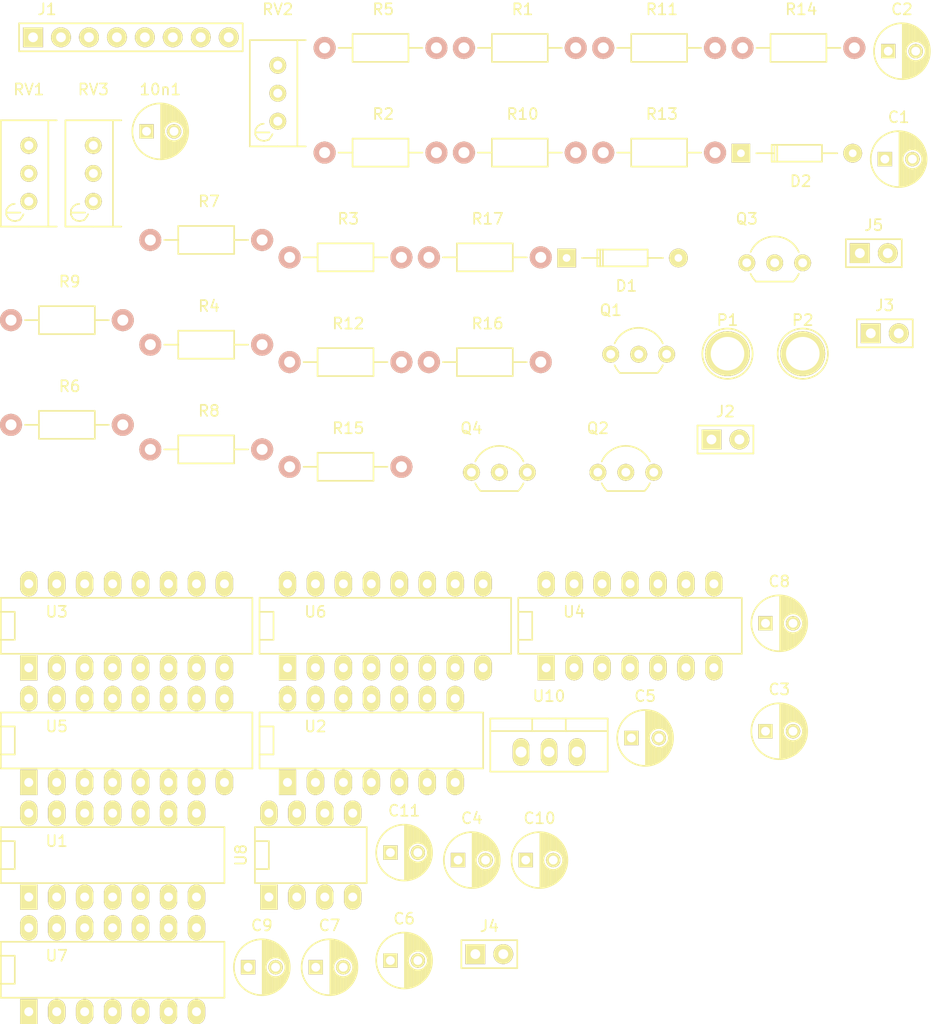
<source format=kicad_pcb>
(kicad_pcb (version 4) (host pcbnew "(2015-01-16 BZR 5376)-product")

  (general
    (links 145)
    (no_connects 145)
    (area 0 0 0 0)
    (thickness 1.6)
    (drawings 0)
    (tracks 0)
    (zones 0)
    (modules 54)
    (nets 57)
  )

  (page A4)
  (layers
    (0 F.Cu signal)
    (31 B.Cu signal)
    (32 B.Adhes user)
    (33 F.Adhes user)
    (34 B.Paste user)
    (35 F.Paste user)
    (36 B.SilkS user)
    (37 F.SilkS user)
    (38 B.Mask user)
    (39 F.Mask user)
    (40 Dwgs.User user)
    (41 Cmts.User user)
    (42 Eco1.User user)
    (43 Eco2.User user)
    (44 Edge.Cuts user)
    (45 Margin user)
    (46 B.CrtYd user)
    (47 F.CrtYd user)
    (48 B.Fab user)
    (49 F.Fab user)
  )

  (setup
    (last_trace_width 0.254)
    (trace_clearance 0.254)
    (zone_clearance 0.508)
    (zone_45_only no)
    (trace_min 0.254)
    (segment_width 0.2)
    (edge_width 0.1)
    (via_size 0.889)
    (via_drill 0.635)
    (via_min_size 0.889)
    (via_min_drill 0.508)
    (uvia_size 0.508)
    (uvia_drill 0.127)
    (uvias_allowed no)
    (uvia_min_size 0.508)
    (uvia_min_drill 0.127)
    (pcb_text_width 0.3)
    (pcb_text_size 1.5 1.5)
    (mod_edge_width 0.15)
    (mod_text_size 1 1)
    (mod_text_width 0.15)
    (pad_size 1.5 1.5)
    (pad_drill 0.6)
    (pad_to_mask_clearance 0)
    (aux_axis_origin 0 0)
    (visible_elements FFFFFF7F)
    (pcbplotparams
      (layerselection 0x00030_80000001)
      (usegerberextensions false)
      (excludeedgelayer true)
      (linewidth 0.100000)
      (plotframeref false)
      (viasonmask false)
      (mode 1)
      (useauxorigin false)
      (hpglpennumber 1)
      (hpglpenspeed 20)
      (hpglpendiameter 15)
      (hpglpenoverlay 2)
      (psnegative false)
      (psa4output false)
      (plotreference true)
      (plotvalue true)
      (plotinvisibletext false)
      (padsonsilk false)
      (subtractmaskfromsilk false)
      (outputformat 1)
      (mirror false)
      (drillshape 1)
      (scaleselection 1)
      (outputdirectory ""))
  )

  (net 0 "")
  (net 1 RESET)
  (net 2 GND)
  (net 3 "Net-(C1-Pad1)")
  (net 4 "Net-(C2-Pad1)")
  (net 5 VBATT)
  (net 6 +5V)
  (net 7 "Net-(D1-Pad2)")
  (net 8 "Net-(D2-Pad1)")
  (net 9 J1_1)
  (net 10 J1_2)
  (net 11 J1_3)
  (net 12 J1_4)
  (net 13 J1_5)
  (net 14 J1_6)
  (net 15 J1_7)
  (net 16 J1_8)
  (net 17 "Net-(J2-Pad1)")
  (net 18 "Net-(J2-Pad2)")
  (net 19 "Net-(J3-Pad1)")
  (net 20 "Net-(J3-Pad2)")
  (net 21 "Net-(J5-Pad1)")
  (net 22 "Net-(J5-Pad2)")
  (net 23 PASS/FAIL)
  (net 24 BinaryOverflow)
  (net 25 555_INHIBIT)
  (net 26 "Net-(Q4-Pad2)")
  (net 27 1mA_ConstCurrent)
  (net 28 "Net-(R1-Pad2)")
  (net 29 "Net-(R2-Pad2)")
  (net 30 "Net-(R3-Pad2)")
  (net 31 COMPARE_OUT)
  (net 32 "Net-(R6-Pad1)")
  (net 33 "Net-(R6-Pad2)")
  (net 34 "Net-(R13-Pad2)")
  (net 35 VrefLo)
  (net 36 VrefHi)
  (net 37 CLOCK)
  (net 38 "Net-(U3-Pad4)")
  (net 39 "Net-(U3-Pad5)")
  (net 40 "Net-(U3-Pad6)")
  (net 41 "Net-(U3-Pad7)")
  (net 42 "Net-(U3-Pad9)")
  (net 43 "Net-(U3-Pad10)")
  (net 44 "Net-(U3-Pad11)")
  (net 45 "Net-(U3-Pad12)")
  (net 46 "Net-(U3-Pad13)")
  (net 47 "Net-(U3-Pad14)")
  (net 48 "Net-(U4-Pad3)")
  (net 49 "Net-(U4-Pad4)")
  (net 50 "Net-(U4-Pad5)")
  (net 51 "Net-(U4-Pad8)")
  (net 52 SEL_C)
  (net 53 "Net-(U4-Pad10)")
  (net 54 SEL_B)
  (net 55 SEL_A)
  (net 56 ~PASS/FAIL)

  (net_class Default "This is the default net class."
    (clearance 0.254)
    (trace_width 0.254)
    (via_dia 0.889)
    (via_drill 0.635)
    (uvia_dia 0.508)
    (uvia_drill 0.127)
    (add_net +5V)
    (add_net 1mA_ConstCurrent)
    (add_net 555_INHIBIT)
    (add_net BinaryOverflow)
    (add_net CLOCK)
    (add_net COMPARE_OUT)
    (add_net GND)
    (add_net J1_1)
    (add_net J1_2)
    (add_net J1_3)
    (add_net J1_4)
    (add_net J1_5)
    (add_net J1_6)
    (add_net J1_7)
    (add_net J1_8)
    (add_net "Net-(C1-Pad1)")
    (add_net "Net-(C2-Pad1)")
    (add_net "Net-(D1-Pad2)")
    (add_net "Net-(D2-Pad1)")
    (add_net "Net-(J2-Pad1)")
    (add_net "Net-(J2-Pad2)")
    (add_net "Net-(J3-Pad1)")
    (add_net "Net-(J3-Pad2)")
    (add_net "Net-(J5-Pad1)")
    (add_net "Net-(J5-Pad2)")
    (add_net "Net-(Q4-Pad2)")
    (add_net "Net-(R1-Pad2)")
    (add_net "Net-(R13-Pad2)")
    (add_net "Net-(R2-Pad2)")
    (add_net "Net-(R3-Pad2)")
    (add_net "Net-(R6-Pad1)")
    (add_net "Net-(R6-Pad2)")
    (add_net "Net-(U3-Pad10)")
    (add_net "Net-(U3-Pad11)")
    (add_net "Net-(U3-Pad12)")
    (add_net "Net-(U3-Pad13)")
    (add_net "Net-(U3-Pad14)")
    (add_net "Net-(U3-Pad4)")
    (add_net "Net-(U3-Pad5)")
    (add_net "Net-(U3-Pad6)")
    (add_net "Net-(U3-Pad7)")
    (add_net "Net-(U3-Pad9)")
    (add_net "Net-(U4-Pad10)")
    (add_net "Net-(U4-Pad3)")
    (add_net "Net-(U4-Pad4)")
    (add_net "Net-(U4-Pad5)")
    (add_net "Net-(U4-Pad8)")
    (add_net PASS/FAIL)
    (add_net RESET)
    (add_net SEL_A)
    (add_net SEL_B)
    (add_net SEL_C)
    (add_net VBATT)
    (add_net VrefHi)
    (add_net VrefLo)
    (add_net ~PASS/FAIL)
  )

  (module Capacitors_ThroughHole:C_Radial_D5_L6_P2.5 (layer F.Cu) (tedit 560EA1F3) (tstamp 560EA30E)
    (at 312.260301 35.2968)
    (descr "Radial Electrolytic Capacitor Diameter 5mm x Length 6mm, Pitch 2.5mm")
    (tags "Electrolytic Capacitor")
    (path /56065F32/56068A6C)
    (fp_text reference 10n1 (at 1.25 -3.8) (layer F.SilkS)
      (effects (font (size 1 1) (thickness 0.15)))
    )
    (fp_text value C (at 1.25 3.8) (layer F.Fab)
      (effects (font (size 1 1) (thickness 0.15)))
    )
    (fp_line (start 1.325 -2.499) (end 1.325 2.499) (layer F.SilkS) (width 0.15))
    (fp_line (start 1.465 -2.491) (end 1.465 2.491) (layer F.SilkS) (width 0.15))
    (fp_line (start 1.605 -2.475) (end 1.605 -0.095) (layer F.SilkS) (width 0.15))
    (fp_line (start 1.605 0.095) (end 1.605 2.475) (layer F.SilkS) (width 0.15))
    (fp_line (start 1.745 -2.451) (end 1.745 -0.49) (layer F.SilkS) (width 0.15))
    (fp_line (start 1.745 0.49) (end 1.745 2.451) (layer F.SilkS) (width 0.15))
    (fp_line (start 1.885 -2.418) (end 1.885 -0.657) (layer F.SilkS) (width 0.15))
    (fp_line (start 1.885 0.657) (end 1.885 2.418) (layer F.SilkS) (width 0.15))
    (fp_line (start 2.025 -2.377) (end 2.025 -0.764) (layer F.SilkS) (width 0.15))
    (fp_line (start 2.025 0.764) (end 2.025 2.377) (layer F.SilkS) (width 0.15))
    (fp_line (start 2.165 -2.327) (end 2.165 -0.835) (layer F.SilkS) (width 0.15))
    (fp_line (start 2.165 0.835) (end 2.165 2.327) (layer F.SilkS) (width 0.15))
    (fp_line (start 2.305 -2.266) (end 2.305 -0.879) (layer F.SilkS) (width 0.15))
    (fp_line (start 2.305 0.879) (end 2.305 2.266) (layer F.SilkS) (width 0.15))
    (fp_line (start 2.445 -2.196) (end 2.445 -0.898) (layer F.SilkS) (width 0.15))
    (fp_line (start 2.445 0.898) (end 2.445 2.196) (layer F.SilkS) (width 0.15))
    (fp_line (start 2.585 -2.114) (end 2.585 -0.896) (layer F.SilkS) (width 0.15))
    (fp_line (start 2.585 0.896) (end 2.585 2.114) (layer F.SilkS) (width 0.15))
    (fp_line (start 2.725 -2.019) (end 2.725 -0.871) (layer F.SilkS) (width 0.15))
    (fp_line (start 2.725 0.871) (end 2.725 2.019) (layer F.SilkS) (width 0.15))
    (fp_line (start 2.865 -1.908) (end 2.865 -0.823) (layer F.SilkS) (width 0.15))
    (fp_line (start 2.865 0.823) (end 2.865 1.908) (layer F.SilkS) (width 0.15))
    (fp_line (start 3.005 -1.78) (end 3.005 -0.745) (layer F.SilkS) (width 0.15))
    (fp_line (start 3.005 0.745) (end 3.005 1.78) (layer F.SilkS) (width 0.15))
    (fp_line (start 3.145 -1.631) (end 3.145 -0.628) (layer F.SilkS) (width 0.15))
    (fp_line (start 3.145 0.628) (end 3.145 1.631) (layer F.SilkS) (width 0.15))
    (fp_line (start 3.285 -1.452) (end 3.285 -0.44) (layer F.SilkS) (width 0.15))
    (fp_line (start 3.285 0.44) (end 3.285 1.452) (layer F.SilkS) (width 0.15))
    (fp_line (start 3.425 -1.233) (end 3.425 1.233) (layer F.SilkS) (width 0.15))
    (fp_line (start 3.565 -0.944) (end 3.565 0.944) (layer F.SilkS) (width 0.15))
    (fp_line (start 3.705 -0.472) (end 3.705 0.472) (layer F.SilkS) (width 0.15))
    (fp_circle (center 2.5 0) (end 2.5 -0.9) (layer F.SilkS) (width 0.15))
    (fp_circle (center 1.25 0) (end 1.25 -2.5375) (layer F.SilkS) (width 0.15))
    (fp_circle (center 1.25 0) (end 1.25 -2.8) (layer F.CrtYd) (width 0.05))
    (pad 1 thru_hole rect (at 0 0) (size 1.3 1.3) (drill 0.8) (layers *.Cu *.Mask F.SilkS)
      (net 1 RESET))
    (pad 2 thru_hole circle (at 2.5 0) (size 1.3 1.3) (drill 0.8) (layers *.Cu *.Mask F.SilkS)
      (net 2 GND))
    (model Capacitors_ThroughHole.3dshapes/C_Radial_D5_L6_P2.5.wrl
      (at (xyz 0.0492126 0 0))
      (scale (xyz 1 1 1))
      (rotate (xyz 0 0 90))
    )
  )

  (module Capacitors_ThroughHole:C_Radial_D5_L6_P2.5 (layer F.Cu) (tedit 560EA1F3) (tstamp 560EA314)
    (at 379.360301 37.8168)
    (descr "Radial Electrolytic Capacitor Diameter 5mm x Length 6mm, Pitch 2.5mm")
    (tags "Electrolytic Capacitor")
    (path /56065F32/5606A828)
    (fp_text reference C1 (at 1.25 -3.8) (layer F.SilkS)
      (effects (font (size 1 1) (thickness 0.15)))
    )
    (fp_text value 1uF (at 1.25 3.8) (layer F.Fab)
      (effects (font (size 1 1) (thickness 0.15)))
    )
    (fp_line (start 1.325 -2.499) (end 1.325 2.499) (layer F.SilkS) (width 0.15))
    (fp_line (start 1.465 -2.491) (end 1.465 2.491) (layer F.SilkS) (width 0.15))
    (fp_line (start 1.605 -2.475) (end 1.605 -0.095) (layer F.SilkS) (width 0.15))
    (fp_line (start 1.605 0.095) (end 1.605 2.475) (layer F.SilkS) (width 0.15))
    (fp_line (start 1.745 -2.451) (end 1.745 -0.49) (layer F.SilkS) (width 0.15))
    (fp_line (start 1.745 0.49) (end 1.745 2.451) (layer F.SilkS) (width 0.15))
    (fp_line (start 1.885 -2.418) (end 1.885 -0.657) (layer F.SilkS) (width 0.15))
    (fp_line (start 1.885 0.657) (end 1.885 2.418) (layer F.SilkS) (width 0.15))
    (fp_line (start 2.025 -2.377) (end 2.025 -0.764) (layer F.SilkS) (width 0.15))
    (fp_line (start 2.025 0.764) (end 2.025 2.377) (layer F.SilkS) (width 0.15))
    (fp_line (start 2.165 -2.327) (end 2.165 -0.835) (layer F.SilkS) (width 0.15))
    (fp_line (start 2.165 0.835) (end 2.165 2.327) (layer F.SilkS) (width 0.15))
    (fp_line (start 2.305 -2.266) (end 2.305 -0.879) (layer F.SilkS) (width 0.15))
    (fp_line (start 2.305 0.879) (end 2.305 2.266) (layer F.SilkS) (width 0.15))
    (fp_line (start 2.445 -2.196) (end 2.445 -0.898) (layer F.SilkS) (width 0.15))
    (fp_line (start 2.445 0.898) (end 2.445 2.196) (layer F.SilkS) (width 0.15))
    (fp_line (start 2.585 -2.114) (end 2.585 -0.896) (layer F.SilkS) (width 0.15))
    (fp_line (start 2.585 0.896) (end 2.585 2.114) (layer F.SilkS) (width 0.15))
    (fp_line (start 2.725 -2.019) (end 2.725 -0.871) (layer F.SilkS) (width 0.15))
    (fp_line (start 2.725 0.871) (end 2.725 2.019) (layer F.SilkS) (width 0.15))
    (fp_line (start 2.865 -1.908) (end 2.865 -0.823) (layer F.SilkS) (width 0.15))
    (fp_line (start 2.865 0.823) (end 2.865 1.908) (layer F.SilkS) (width 0.15))
    (fp_line (start 3.005 -1.78) (end 3.005 -0.745) (layer F.SilkS) (width 0.15))
    (fp_line (start 3.005 0.745) (end 3.005 1.78) (layer F.SilkS) (width 0.15))
    (fp_line (start 3.145 -1.631) (end 3.145 -0.628) (layer F.SilkS) (width 0.15))
    (fp_line (start 3.145 0.628) (end 3.145 1.631) (layer F.SilkS) (width 0.15))
    (fp_line (start 3.285 -1.452) (end 3.285 -0.44) (layer F.SilkS) (width 0.15))
    (fp_line (start 3.285 0.44) (end 3.285 1.452) (layer F.SilkS) (width 0.15))
    (fp_line (start 3.425 -1.233) (end 3.425 1.233) (layer F.SilkS) (width 0.15))
    (fp_line (start 3.565 -0.944) (end 3.565 0.944) (layer F.SilkS) (width 0.15))
    (fp_line (start 3.705 -0.472) (end 3.705 0.472) (layer F.SilkS) (width 0.15))
    (fp_circle (center 2.5 0) (end 2.5 -0.9) (layer F.SilkS) (width 0.15))
    (fp_circle (center 1.25 0) (end 1.25 -2.5375) (layer F.SilkS) (width 0.15))
    (fp_circle (center 1.25 0) (end 1.25 -2.8) (layer F.CrtYd) (width 0.05))
    (pad 1 thru_hole rect (at 0 0) (size 1.3 1.3) (drill 0.8) (layers *.Cu *.Mask F.SilkS)
      (net 3 "Net-(C1-Pad1)"))
    (pad 2 thru_hole circle (at 2.5 0) (size 1.3 1.3) (drill 0.8) (layers *.Cu *.Mask F.SilkS)
      (net 2 GND))
    (model Capacitors_ThroughHole.3dshapes/C_Radial_D5_L6_P2.5.wrl
      (at (xyz 0.0492126 0 0))
      (scale (xyz 1 1 1))
      (rotate (xyz 0 0 90))
    )
  )

  (module Capacitors_ThroughHole:C_Radial_D5_L6_P2.5 (layer F.Cu) (tedit 560EA1F3) (tstamp 560EA31A)
    (at 379.660301 28.0168)
    (descr "Radial Electrolytic Capacitor Diameter 5mm x Length 6mm, Pitch 2.5mm")
    (tags "Electrolytic Capacitor")
    (path /56065F32/5606ABD3)
    (fp_text reference C2 (at 1.25 -3.8) (layer F.SilkS)
      (effects (font (size 1 1) (thickness 0.15)))
    )
    (fp_text value 10nF (at 1.25 3.8) (layer F.Fab)
      (effects (font (size 1 1) (thickness 0.15)))
    )
    (fp_line (start 1.325 -2.499) (end 1.325 2.499) (layer F.SilkS) (width 0.15))
    (fp_line (start 1.465 -2.491) (end 1.465 2.491) (layer F.SilkS) (width 0.15))
    (fp_line (start 1.605 -2.475) (end 1.605 -0.095) (layer F.SilkS) (width 0.15))
    (fp_line (start 1.605 0.095) (end 1.605 2.475) (layer F.SilkS) (width 0.15))
    (fp_line (start 1.745 -2.451) (end 1.745 -0.49) (layer F.SilkS) (width 0.15))
    (fp_line (start 1.745 0.49) (end 1.745 2.451) (layer F.SilkS) (width 0.15))
    (fp_line (start 1.885 -2.418) (end 1.885 -0.657) (layer F.SilkS) (width 0.15))
    (fp_line (start 1.885 0.657) (end 1.885 2.418) (layer F.SilkS) (width 0.15))
    (fp_line (start 2.025 -2.377) (end 2.025 -0.764) (layer F.SilkS) (width 0.15))
    (fp_line (start 2.025 0.764) (end 2.025 2.377) (layer F.SilkS) (width 0.15))
    (fp_line (start 2.165 -2.327) (end 2.165 -0.835) (layer F.SilkS) (width 0.15))
    (fp_line (start 2.165 0.835) (end 2.165 2.327) (layer F.SilkS) (width 0.15))
    (fp_line (start 2.305 -2.266) (end 2.305 -0.879) (layer F.SilkS) (width 0.15))
    (fp_line (start 2.305 0.879) (end 2.305 2.266) (layer F.SilkS) (width 0.15))
    (fp_line (start 2.445 -2.196) (end 2.445 -0.898) (layer F.SilkS) (width 0.15))
    (fp_line (start 2.445 0.898) (end 2.445 2.196) (layer F.SilkS) (width 0.15))
    (fp_line (start 2.585 -2.114) (end 2.585 -0.896) (layer F.SilkS) (width 0.15))
    (fp_line (start 2.585 0.896) (end 2.585 2.114) (layer F.SilkS) (width 0.15))
    (fp_line (start 2.725 -2.019) (end 2.725 -0.871) (layer F.SilkS) (width 0.15))
    (fp_line (start 2.725 0.871) (end 2.725 2.019) (layer F.SilkS) (width 0.15))
    (fp_line (start 2.865 -1.908) (end 2.865 -0.823) (layer F.SilkS) (width 0.15))
    (fp_line (start 2.865 0.823) (end 2.865 1.908) (layer F.SilkS) (width 0.15))
    (fp_line (start 3.005 -1.78) (end 3.005 -0.745) (layer F.SilkS) (width 0.15))
    (fp_line (start 3.005 0.745) (end 3.005 1.78) (layer F.SilkS) (width 0.15))
    (fp_line (start 3.145 -1.631) (end 3.145 -0.628) (layer F.SilkS) (width 0.15))
    (fp_line (start 3.145 0.628) (end 3.145 1.631) (layer F.SilkS) (width 0.15))
    (fp_line (start 3.285 -1.452) (end 3.285 -0.44) (layer F.SilkS) (width 0.15))
    (fp_line (start 3.285 0.44) (end 3.285 1.452) (layer F.SilkS) (width 0.15))
    (fp_line (start 3.425 -1.233) (end 3.425 1.233) (layer F.SilkS) (width 0.15))
    (fp_line (start 3.565 -0.944) (end 3.565 0.944) (layer F.SilkS) (width 0.15))
    (fp_line (start 3.705 -0.472) (end 3.705 0.472) (layer F.SilkS) (width 0.15))
    (fp_circle (center 2.5 0) (end 2.5 -0.9) (layer F.SilkS) (width 0.15))
    (fp_circle (center 1.25 0) (end 1.25 -2.5375) (layer F.SilkS) (width 0.15))
    (fp_circle (center 1.25 0) (end 1.25 -2.8) (layer F.CrtYd) (width 0.05))
    (pad 1 thru_hole rect (at 0 0) (size 1.3 1.3) (drill 0.8) (layers *.Cu *.Mask F.SilkS)
      (net 4 "Net-(C2-Pad1)"))
    (pad 2 thru_hole circle (at 2.5 0) (size 1.3 1.3) (drill 0.8) (layers *.Cu *.Mask F.SilkS)
      (net 2 GND))
    (model Capacitors_ThroughHole.3dshapes/C_Radial_D5_L6_P2.5.wrl
      (at (xyz 0.0492126 0 0))
      (scale (xyz 1 1 1))
      (rotate (xyz 0 0 90))
    )
  )

  (module Capacitors_ThroughHole:C_Radial_D5_L6_P2.5 (layer F.Cu) (tedit 560EA1F3) (tstamp 560EA320)
    (at 368.510301 89.7668)
    (descr "Radial Electrolytic Capacitor Diameter 5mm x Length 6mm, Pitch 2.5mm")
    (tags "Electrolytic Capacitor")
    (path /56065F18/56067B91)
    (fp_text reference C3 (at 1.25 -3.8) (layer F.SilkS)
      (effects (font (size 1 1) (thickness 0.15)))
    )
    (fp_text value CP (at 1.25 3.8) (layer F.Fab)
      (effects (font (size 1 1) (thickness 0.15)))
    )
    (fp_line (start 1.325 -2.499) (end 1.325 2.499) (layer F.SilkS) (width 0.15))
    (fp_line (start 1.465 -2.491) (end 1.465 2.491) (layer F.SilkS) (width 0.15))
    (fp_line (start 1.605 -2.475) (end 1.605 -0.095) (layer F.SilkS) (width 0.15))
    (fp_line (start 1.605 0.095) (end 1.605 2.475) (layer F.SilkS) (width 0.15))
    (fp_line (start 1.745 -2.451) (end 1.745 -0.49) (layer F.SilkS) (width 0.15))
    (fp_line (start 1.745 0.49) (end 1.745 2.451) (layer F.SilkS) (width 0.15))
    (fp_line (start 1.885 -2.418) (end 1.885 -0.657) (layer F.SilkS) (width 0.15))
    (fp_line (start 1.885 0.657) (end 1.885 2.418) (layer F.SilkS) (width 0.15))
    (fp_line (start 2.025 -2.377) (end 2.025 -0.764) (layer F.SilkS) (width 0.15))
    (fp_line (start 2.025 0.764) (end 2.025 2.377) (layer F.SilkS) (width 0.15))
    (fp_line (start 2.165 -2.327) (end 2.165 -0.835) (layer F.SilkS) (width 0.15))
    (fp_line (start 2.165 0.835) (end 2.165 2.327) (layer F.SilkS) (width 0.15))
    (fp_line (start 2.305 -2.266) (end 2.305 -0.879) (layer F.SilkS) (width 0.15))
    (fp_line (start 2.305 0.879) (end 2.305 2.266) (layer F.SilkS) (width 0.15))
    (fp_line (start 2.445 -2.196) (end 2.445 -0.898) (layer F.SilkS) (width 0.15))
    (fp_line (start 2.445 0.898) (end 2.445 2.196) (layer F.SilkS) (width 0.15))
    (fp_line (start 2.585 -2.114) (end 2.585 -0.896) (layer F.SilkS) (width 0.15))
    (fp_line (start 2.585 0.896) (end 2.585 2.114) (layer F.SilkS) (width 0.15))
    (fp_line (start 2.725 -2.019) (end 2.725 -0.871) (layer F.SilkS) (width 0.15))
    (fp_line (start 2.725 0.871) (end 2.725 2.019) (layer F.SilkS) (width 0.15))
    (fp_line (start 2.865 -1.908) (end 2.865 -0.823) (layer F.SilkS) (width 0.15))
    (fp_line (start 2.865 0.823) (end 2.865 1.908) (layer F.SilkS) (width 0.15))
    (fp_line (start 3.005 -1.78) (end 3.005 -0.745) (layer F.SilkS) (width 0.15))
    (fp_line (start 3.005 0.745) (end 3.005 1.78) (layer F.SilkS) (width 0.15))
    (fp_line (start 3.145 -1.631) (end 3.145 -0.628) (layer F.SilkS) (width 0.15))
    (fp_line (start 3.145 0.628) (end 3.145 1.631) (layer F.SilkS) (width 0.15))
    (fp_line (start 3.285 -1.452) (end 3.285 -0.44) (layer F.SilkS) (width 0.15))
    (fp_line (start 3.285 0.44) (end 3.285 1.452) (layer F.SilkS) (width 0.15))
    (fp_line (start 3.425 -1.233) (end 3.425 1.233) (layer F.SilkS) (width 0.15))
    (fp_line (start 3.565 -0.944) (end 3.565 0.944) (layer F.SilkS) (width 0.15))
    (fp_line (start 3.705 -0.472) (end 3.705 0.472) (layer F.SilkS) (width 0.15))
    (fp_circle (center 2.5 0) (end 2.5 -0.9) (layer F.SilkS) (width 0.15))
    (fp_circle (center 1.25 0) (end 1.25 -2.5375) (layer F.SilkS) (width 0.15))
    (fp_circle (center 1.25 0) (end 1.25 -2.8) (layer F.CrtYd) (width 0.05))
    (pad 1 thru_hole rect (at 0 0) (size 1.3 1.3) (drill 0.8) (layers *.Cu *.Mask F.SilkS)
      (net 5 VBATT))
    (pad 2 thru_hole circle (at 2.5 0) (size 1.3 1.3) (drill 0.8) (layers *.Cu *.Mask F.SilkS)
      (net 2 GND))
    (model Capacitors_ThroughHole.3dshapes/C_Radial_D5_L6_P2.5.wrl
      (at (xyz 0.0492126 0 0))
      (scale (xyz 1 1 1))
      (rotate (xyz 0 0 90))
    )
  )

  (module Capacitors_ThroughHole:C_Radial_D5_L6_P2.5 (layer F.Cu) (tedit 560EA1F3) (tstamp 560EA326)
    (at 340.570301 101.4668)
    (descr "Radial Electrolytic Capacitor Diameter 5mm x Length 6mm, Pitch 2.5mm")
    (tags "Electrolytic Capacitor")
    (path /56065F18/56067BFB)
    (fp_text reference C4 (at 1.25 -3.8) (layer F.SilkS)
      (effects (font (size 1 1) (thickness 0.15)))
    )
    (fp_text value CP (at 1.25 3.8) (layer F.Fab)
      (effects (font (size 1 1) (thickness 0.15)))
    )
    (fp_line (start 1.325 -2.499) (end 1.325 2.499) (layer F.SilkS) (width 0.15))
    (fp_line (start 1.465 -2.491) (end 1.465 2.491) (layer F.SilkS) (width 0.15))
    (fp_line (start 1.605 -2.475) (end 1.605 -0.095) (layer F.SilkS) (width 0.15))
    (fp_line (start 1.605 0.095) (end 1.605 2.475) (layer F.SilkS) (width 0.15))
    (fp_line (start 1.745 -2.451) (end 1.745 -0.49) (layer F.SilkS) (width 0.15))
    (fp_line (start 1.745 0.49) (end 1.745 2.451) (layer F.SilkS) (width 0.15))
    (fp_line (start 1.885 -2.418) (end 1.885 -0.657) (layer F.SilkS) (width 0.15))
    (fp_line (start 1.885 0.657) (end 1.885 2.418) (layer F.SilkS) (width 0.15))
    (fp_line (start 2.025 -2.377) (end 2.025 -0.764) (layer F.SilkS) (width 0.15))
    (fp_line (start 2.025 0.764) (end 2.025 2.377) (layer F.SilkS) (width 0.15))
    (fp_line (start 2.165 -2.327) (end 2.165 -0.835) (layer F.SilkS) (width 0.15))
    (fp_line (start 2.165 0.835) (end 2.165 2.327) (layer F.SilkS) (width 0.15))
    (fp_line (start 2.305 -2.266) (end 2.305 -0.879) (layer F.SilkS) (width 0.15))
    (fp_line (start 2.305 0.879) (end 2.305 2.266) (layer F.SilkS) (width 0.15))
    (fp_line (start 2.445 -2.196) (end 2.445 -0.898) (layer F.SilkS) (width 0.15))
    (fp_line (start 2.445 0.898) (end 2.445 2.196) (layer F.SilkS) (width 0.15))
    (fp_line (start 2.585 -2.114) (end 2.585 -0.896) (layer F.SilkS) (width 0.15))
    (fp_line (start 2.585 0.896) (end 2.585 2.114) (layer F.SilkS) (width 0.15))
    (fp_line (start 2.725 -2.019) (end 2.725 -0.871) (layer F.SilkS) (width 0.15))
    (fp_line (start 2.725 0.871) (end 2.725 2.019) (layer F.SilkS) (width 0.15))
    (fp_line (start 2.865 -1.908) (end 2.865 -0.823) (layer F.SilkS) (width 0.15))
    (fp_line (start 2.865 0.823) (end 2.865 1.908) (layer F.SilkS) (width 0.15))
    (fp_line (start 3.005 -1.78) (end 3.005 -0.745) (layer F.SilkS) (width 0.15))
    (fp_line (start 3.005 0.745) (end 3.005 1.78) (layer F.SilkS) (width 0.15))
    (fp_line (start 3.145 -1.631) (end 3.145 -0.628) (layer F.SilkS) (width 0.15))
    (fp_line (start 3.145 0.628) (end 3.145 1.631) (layer F.SilkS) (width 0.15))
    (fp_line (start 3.285 -1.452) (end 3.285 -0.44) (layer F.SilkS) (width 0.15))
    (fp_line (start 3.285 0.44) (end 3.285 1.452) (layer F.SilkS) (width 0.15))
    (fp_line (start 3.425 -1.233) (end 3.425 1.233) (layer F.SilkS) (width 0.15))
    (fp_line (start 3.565 -0.944) (end 3.565 0.944) (layer F.SilkS) (width 0.15))
    (fp_line (start 3.705 -0.472) (end 3.705 0.472) (layer F.SilkS) (width 0.15))
    (fp_circle (center 2.5 0) (end 2.5 -0.9) (layer F.SilkS) (width 0.15))
    (fp_circle (center 1.25 0) (end 1.25 -2.5375) (layer F.SilkS) (width 0.15))
    (fp_circle (center 1.25 0) (end 1.25 -2.8) (layer F.CrtYd) (width 0.05))
    (pad 1 thru_hole rect (at 0 0) (size 1.3 1.3) (drill 0.8) (layers *.Cu *.Mask F.SilkS)
      (net 6 +5V))
    (pad 2 thru_hole circle (at 2.5 0) (size 1.3 1.3) (drill 0.8) (layers *.Cu *.Mask F.SilkS)
      (net 2 GND))
    (model Capacitors_ThroughHole.3dshapes/C_Radial_D5_L6_P2.5.wrl
      (at (xyz 0.0492126 0 0))
      (scale (xyz 1 1 1))
      (rotate (xyz 0 0 90))
    )
  )

  (module Capacitors_ThroughHole:C_Radial_D5_L6_P2.5 (layer F.Cu) (tedit 560EA1F3) (tstamp 560EA32C)
    (at 356.320301 90.3768)
    (descr "Radial Electrolytic Capacitor Diameter 5mm x Length 6mm, Pitch 2.5mm")
    (tags "Electrolytic Capacitor")
    (path /56065F18/560B190F)
    (fp_text reference C5 (at 1.25 -3.8) (layer F.SilkS)
      (effects (font (size 1 1) (thickness 0.15)))
    )
    (fp_text value CP (at 1.25 3.8) (layer F.Fab)
      (effects (font (size 1 1) (thickness 0.15)))
    )
    (fp_line (start 1.325 -2.499) (end 1.325 2.499) (layer F.SilkS) (width 0.15))
    (fp_line (start 1.465 -2.491) (end 1.465 2.491) (layer F.SilkS) (width 0.15))
    (fp_line (start 1.605 -2.475) (end 1.605 -0.095) (layer F.SilkS) (width 0.15))
    (fp_line (start 1.605 0.095) (end 1.605 2.475) (layer F.SilkS) (width 0.15))
    (fp_line (start 1.745 -2.451) (end 1.745 -0.49) (layer F.SilkS) (width 0.15))
    (fp_line (start 1.745 0.49) (end 1.745 2.451) (layer F.SilkS) (width 0.15))
    (fp_line (start 1.885 -2.418) (end 1.885 -0.657) (layer F.SilkS) (width 0.15))
    (fp_line (start 1.885 0.657) (end 1.885 2.418) (layer F.SilkS) (width 0.15))
    (fp_line (start 2.025 -2.377) (end 2.025 -0.764) (layer F.SilkS) (width 0.15))
    (fp_line (start 2.025 0.764) (end 2.025 2.377) (layer F.SilkS) (width 0.15))
    (fp_line (start 2.165 -2.327) (end 2.165 -0.835) (layer F.SilkS) (width 0.15))
    (fp_line (start 2.165 0.835) (end 2.165 2.327) (layer F.SilkS) (width 0.15))
    (fp_line (start 2.305 -2.266) (end 2.305 -0.879) (layer F.SilkS) (width 0.15))
    (fp_line (start 2.305 0.879) (end 2.305 2.266) (layer F.SilkS) (width 0.15))
    (fp_line (start 2.445 -2.196) (end 2.445 -0.898) (layer F.SilkS) (width 0.15))
    (fp_line (start 2.445 0.898) (end 2.445 2.196) (layer F.SilkS) (width 0.15))
    (fp_line (start 2.585 -2.114) (end 2.585 -0.896) (layer F.SilkS) (width 0.15))
    (fp_line (start 2.585 0.896) (end 2.585 2.114) (layer F.SilkS) (width 0.15))
    (fp_line (start 2.725 -2.019) (end 2.725 -0.871) (layer F.SilkS) (width 0.15))
    (fp_line (start 2.725 0.871) (end 2.725 2.019) (layer F.SilkS) (width 0.15))
    (fp_line (start 2.865 -1.908) (end 2.865 -0.823) (layer F.SilkS) (width 0.15))
    (fp_line (start 2.865 0.823) (end 2.865 1.908) (layer F.SilkS) (width 0.15))
    (fp_line (start 3.005 -1.78) (end 3.005 -0.745) (layer F.SilkS) (width 0.15))
    (fp_line (start 3.005 0.745) (end 3.005 1.78) (layer F.SilkS) (width 0.15))
    (fp_line (start 3.145 -1.631) (end 3.145 -0.628) (layer F.SilkS) (width 0.15))
    (fp_line (start 3.145 0.628) (end 3.145 1.631) (layer F.SilkS) (width 0.15))
    (fp_line (start 3.285 -1.452) (end 3.285 -0.44) (layer F.SilkS) (width 0.15))
    (fp_line (start 3.285 0.44) (end 3.285 1.452) (layer F.SilkS) (width 0.15))
    (fp_line (start 3.425 -1.233) (end 3.425 1.233) (layer F.SilkS) (width 0.15))
    (fp_line (start 3.565 -0.944) (end 3.565 0.944) (layer F.SilkS) (width 0.15))
    (fp_line (start 3.705 -0.472) (end 3.705 0.472) (layer F.SilkS) (width 0.15))
    (fp_circle (center 2.5 0) (end 2.5 -0.9) (layer F.SilkS) (width 0.15))
    (fp_circle (center 1.25 0) (end 1.25 -2.5375) (layer F.SilkS) (width 0.15))
    (fp_circle (center 1.25 0) (end 1.25 -2.8) (layer F.CrtYd) (width 0.05))
    (pad 1 thru_hole rect (at 0 0) (size 1.3 1.3) (drill 0.8) (layers *.Cu *.Mask F.SilkS)
      (net 6 +5V))
    (pad 2 thru_hole circle (at 2.5 0) (size 1.3 1.3) (drill 0.8) (layers *.Cu *.Mask F.SilkS)
      (net 2 GND))
    (model Capacitors_ThroughHole.3dshapes/C_Radial_D5_L6_P2.5.wrl
      (at (xyz 0.0492126 0 0))
      (scale (xyz 1 1 1))
      (rotate (xyz 0 0 90))
    )
  )

  (module Capacitors_ThroughHole:C_Radial_D5_L6_P2.5 (layer F.Cu) (tedit 560EA1F3) (tstamp 560EA332)
    (at 334.420301 110.5868)
    (descr "Radial Electrolytic Capacitor Diameter 5mm x Length 6mm, Pitch 2.5mm")
    (tags "Electrolytic Capacitor")
    (path /56065F18/560B197F)
    (fp_text reference C6 (at 1.25 -3.8) (layer F.SilkS)
      (effects (font (size 1 1) (thickness 0.15)))
    )
    (fp_text value CP (at 1.25 3.8) (layer F.Fab)
      (effects (font (size 1 1) (thickness 0.15)))
    )
    (fp_line (start 1.325 -2.499) (end 1.325 2.499) (layer F.SilkS) (width 0.15))
    (fp_line (start 1.465 -2.491) (end 1.465 2.491) (layer F.SilkS) (width 0.15))
    (fp_line (start 1.605 -2.475) (end 1.605 -0.095) (layer F.SilkS) (width 0.15))
    (fp_line (start 1.605 0.095) (end 1.605 2.475) (layer F.SilkS) (width 0.15))
    (fp_line (start 1.745 -2.451) (end 1.745 -0.49) (layer F.SilkS) (width 0.15))
    (fp_line (start 1.745 0.49) (end 1.745 2.451) (layer F.SilkS) (width 0.15))
    (fp_line (start 1.885 -2.418) (end 1.885 -0.657) (layer F.SilkS) (width 0.15))
    (fp_line (start 1.885 0.657) (end 1.885 2.418) (layer F.SilkS) (width 0.15))
    (fp_line (start 2.025 -2.377) (end 2.025 -0.764) (layer F.SilkS) (width 0.15))
    (fp_line (start 2.025 0.764) (end 2.025 2.377) (layer F.SilkS) (width 0.15))
    (fp_line (start 2.165 -2.327) (end 2.165 -0.835) (layer F.SilkS) (width 0.15))
    (fp_line (start 2.165 0.835) (end 2.165 2.327) (layer F.SilkS) (width 0.15))
    (fp_line (start 2.305 -2.266) (end 2.305 -0.879) (layer F.SilkS) (width 0.15))
    (fp_line (start 2.305 0.879) (end 2.305 2.266) (layer F.SilkS) (width 0.15))
    (fp_line (start 2.445 -2.196) (end 2.445 -0.898) (layer F.SilkS) (width 0.15))
    (fp_line (start 2.445 0.898) (end 2.445 2.196) (layer F.SilkS) (width 0.15))
    (fp_line (start 2.585 -2.114) (end 2.585 -0.896) (layer F.SilkS) (width 0.15))
    (fp_line (start 2.585 0.896) (end 2.585 2.114) (layer F.SilkS) (width 0.15))
    (fp_line (start 2.725 -2.019) (end 2.725 -0.871) (layer F.SilkS) (width 0.15))
    (fp_line (start 2.725 0.871) (end 2.725 2.019) (layer F.SilkS) (width 0.15))
    (fp_line (start 2.865 -1.908) (end 2.865 -0.823) (layer F.SilkS) (width 0.15))
    (fp_line (start 2.865 0.823) (end 2.865 1.908) (layer F.SilkS) (width 0.15))
    (fp_line (start 3.005 -1.78) (end 3.005 -0.745) (layer F.SilkS) (width 0.15))
    (fp_line (start 3.005 0.745) (end 3.005 1.78) (layer F.SilkS) (width 0.15))
    (fp_line (start 3.145 -1.631) (end 3.145 -0.628) (layer F.SilkS) (width 0.15))
    (fp_line (start 3.145 0.628) (end 3.145 1.631) (layer F.SilkS) (width 0.15))
    (fp_line (start 3.285 -1.452) (end 3.285 -0.44) (layer F.SilkS) (width 0.15))
    (fp_line (start 3.285 0.44) (end 3.285 1.452) (layer F.SilkS) (width 0.15))
    (fp_line (start 3.425 -1.233) (end 3.425 1.233) (layer F.SilkS) (width 0.15))
    (fp_line (start 3.565 -0.944) (end 3.565 0.944) (layer F.SilkS) (width 0.15))
    (fp_line (start 3.705 -0.472) (end 3.705 0.472) (layer F.SilkS) (width 0.15))
    (fp_circle (center 2.5 0) (end 2.5 -0.9) (layer F.SilkS) (width 0.15))
    (fp_circle (center 1.25 0) (end 1.25 -2.5375) (layer F.SilkS) (width 0.15))
    (fp_circle (center 1.25 0) (end 1.25 -2.8) (layer F.CrtYd) (width 0.05))
    (pad 1 thru_hole rect (at 0 0) (size 1.3 1.3) (drill 0.8) (layers *.Cu *.Mask F.SilkS)
      (net 6 +5V))
    (pad 2 thru_hole circle (at 2.5 0) (size 1.3 1.3) (drill 0.8) (layers *.Cu *.Mask F.SilkS)
      (net 2 GND))
    (model Capacitors_ThroughHole.3dshapes/C_Radial_D5_L6_P2.5.wrl
      (at (xyz 0.0492126 0 0))
      (scale (xyz 1 1 1))
      (rotate (xyz 0 0 90))
    )
  )

  (module Capacitors_ThroughHole:C_Radial_D5_L6_P2.5 (layer F.Cu) (tedit 560EA1F3) (tstamp 560EA338)
    (at 327.640301 111.1968)
    (descr "Radial Electrolytic Capacitor Diameter 5mm x Length 6mm, Pitch 2.5mm")
    (tags "Electrolytic Capacitor")
    (path /56065F18/560B19E4)
    (fp_text reference C7 (at 1.25 -3.8) (layer F.SilkS)
      (effects (font (size 1 1) (thickness 0.15)))
    )
    (fp_text value CP (at 1.25 3.8) (layer F.Fab)
      (effects (font (size 1 1) (thickness 0.15)))
    )
    (fp_line (start 1.325 -2.499) (end 1.325 2.499) (layer F.SilkS) (width 0.15))
    (fp_line (start 1.465 -2.491) (end 1.465 2.491) (layer F.SilkS) (width 0.15))
    (fp_line (start 1.605 -2.475) (end 1.605 -0.095) (layer F.SilkS) (width 0.15))
    (fp_line (start 1.605 0.095) (end 1.605 2.475) (layer F.SilkS) (width 0.15))
    (fp_line (start 1.745 -2.451) (end 1.745 -0.49) (layer F.SilkS) (width 0.15))
    (fp_line (start 1.745 0.49) (end 1.745 2.451) (layer F.SilkS) (width 0.15))
    (fp_line (start 1.885 -2.418) (end 1.885 -0.657) (layer F.SilkS) (width 0.15))
    (fp_line (start 1.885 0.657) (end 1.885 2.418) (layer F.SilkS) (width 0.15))
    (fp_line (start 2.025 -2.377) (end 2.025 -0.764) (layer F.SilkS) (width 0.15))
    (fp_line (start 2.025 0.764) (end 2.025 2.377) (layer F.SilkS) (width 0.15))
    (fp_line (start 2.165 -2.327) (end 2.165 -0.835) (layer F.SilkS) (width 0.15))
    (fp_line (start 2.165 0.835) (end 2.165 2.327) (layer F.SilkS) (width 0.15))
    (fp_line (start 2.305 -2.266) (end 2.305 -0.879) (layer F.SilkS) (width 0.15))
    (fp_line (start 2.305 0.879) (end 2.305 2.266) (layer F.SilkS) (width 0.15))
    (fp_line (start 2.445 -2.196) (end 2.445 -0.898) (layer F.SilkS) (width 0.15))
    (fp_line (start 2.445 0.898) (end 2.445 2.196) (layer F.SilkS) (width 0.15))
    (fp_line (start 2.585 -2.114) (end 2.585 -0.896) (layer F.SilkS) (width 0.15))
    (fp_line (start 2.585 0.896) (end 2.585 2.114) (layer F.SilkS) (width 0.15))
    (fp_line (start 2.725 -2.019) (end 2.725 -0.871) (layer F.SilkS) (width 0.15))
    (fp_line (start 2.725 0.871) (end 2.725 2.019) (layer F.SilkS) (width 0.15))
    (fp_line (start 2.865 -1.908) (end 2.865 -0.823) (layer F.SilkS) (width 0.15))
    (fp_line (start 2.865 0.823) (end 2.865 1.908) (layer F.SilkS) (width 0.15))
    (fp_line (start 3.005 -1.78) (end 3.005 -0.745) (layer F.SilkS) (width 0.15))
    (fp_line (start 3.005 0.745) (end 3.005 1.78) (layer F.SilkS) (width 0.15))
    (fp_line (start 3.145 -1.631) (end 3.145 -0.628) (layer F.SilkS) (width 0.15))
    (fp_line (start 3.145 0.628) (end 3.145 1.631) (layer F.SilkS) (width 0.15))
    (fp_line (start 3.285 -1.452) (end 3.285 -0.44) (layer F.SilkS) (width 0.15))
    (fp_line (start 3.285 0.44) (end 3.285 1.452) (layer F.SilkS) (width 0.15))
    (fp_line (start 3.425 -1.233) (end 3.425 1.233) (layer F.SilkS) (width 0.15))
    (fp_line (start 3.565 -0.944) (end 3.565 0.944) (layer F.SilkS) (width 0.15))
    (fp_line (start 3.705 -0.472) (end 3.705 0.472) (layer F.SilkS) (width 0.15))
    (fp_circle (center 2.5 0) (end 2.5 -0.9) (layer F.SilkS) (width 0.15))
    (fp_circle (center 1.25 0) (end 1.25 -2.5375) (layer F.SilkS) (width 0.15))
    (fp_circle (center 1.25 0) (end 1.25 -2.8) (layer F.CrtYd) (width 0.05))
    (pad 1 thru_hole rect (at 0 0) (size 1.3 1.3) (drill 0.8) (layers *.Cu *.Mask F.SilkS)
      (net 6 +5V))
    (pad 2 thru_hole circle (at 2.5 0) (size 1.3 1.3) (drill 0.8) (layers *.Cu *.Mask F.SilkS)
      (net 2 GND))
    (model Capacitors_ThroughHole.3dshapes/C_Radial_D5_L6_P2.5.wrl
      (at (xyz 0.0492126 0 0))
      (scale (xyz 1 1 1))
      (rotate (xyz 0 0 90))
    )
  )

  (module Capacitors_ThroughHole:C_Radial_D5_L6_P2.5 (layer F.Cu) (tedit 560EA1F3) (tstamp 560EA33E)
    (at 368.510301 79.9668)
    (descr "Radial Electrolytic Capacitor Diameter 5mm x Length 6mm, Pitch 2.5mm")
    (tags "Electrolytic Capacitor")
    (path /56065F18/560B1A4C)
    (fp_text reference C8 (at 1.25 -3.8) (layer F.SilkS)
      (effects (font (size 1 1) (thickness 0.15)))
    )
    (fp_text value CP (at 1.25 3.8) (layer F.Fab)
      (effects (font (size 1 1) (thickness 0.15)))
    )
    (fp_line (start 1.325 -2.499) (end 1.325 2.499) (layer F.SilkS) (width 0.15))
    (fp_line (start 1.465 -2.491) (end 1.465 2.491) (layer F.SilkS) (width 0.15))
    (fp_line (start 1.605 -2.475) (end 1.605 -0.095) (layer F.SilkS) (width 0.15))
    (fp_line (start 1.605 0.095) (end 1.605 2.475) (layer F.SilkS) (width 0.15))
    (fp_line (start 1.745 -2.451) (end 1.745 -0.49) (layer F.SilkS) (width 0.15))
    (fp_line (start 1.745 0.49) (end 1.745 2.451) (layer F.SilkS) (width 0.15))
    (fp_line (start 1.885 -2.418) (end 1.885 -0.657) (layer F.SilkS) (width 0.15))
    (fp_line (start 1.885 0.657) (end 1.885 2.418) (layer F.SilkS) (width 0.15))
    (fp_line (start 2.025 -2.377) (end 2.025 -0.764) (layer F.SilkS) (width 0.15))
    (fp_line (start 2.025 0.764) (end 2.025 2.377) (layer F.SilkS) (width 0.15))
    (fp_line (start 2.165 -2.327) (end 2.165 -0.835) (layer F.SilkS) (width 0.15))
    (fp_line (start 2.165 0.835) (end 2.165 2.327) (layer F.SilkS) (width 0.15))
    (fp_line (start 2.305 -2.266) (end 2.305 -0.879) (layer F.SilkS) (width 0.15))
    (fp_line (start 2.305 0.879) (end 2.305 2.266) (layer F.SilkS) (width 0.15))
    (fp_line (start 2.445 -2.196) (end 2.445 -0.898) (layer F.SilkS) (width 0.15))
    (fp_line (start 2.445 0.898) (end 2.445 2.196) (layer F.SilkS) (width 0.15))
    (fp_line (start 2.585 -2.114) (end 2.585 -0.896) (layer F.SilkS) (width 0.15))
    (fp_line (start 2.585 0.896) (end 2.585 2.114) (layer F.SilkS) (width 0.15))
    (fp_line (start 2.725 -2.019) (end 2.725 -0.871) (layer F.SilkS) (width 0.15))
    (fp_line (start 2.725 0.871) (end 2.725 2.019) (layer F.SilkS) (width 0.15))
    (fp_line (start 2.865 -1.908) (end 2.865 -0.823) (layer F.SilkS) (width 0.15))
    (fp_line (start 2.865 0.823) (end 2.865 1.908) (layer F.SilkS) (width 0.15))
    (fp_line (start 3.005 -1.78) (end 3.005 -0.745) (layer F.SilkS) (width 0.15))
    (fp_line (start 3.005 0.745) (end 3.005 1.78) (layer F.SilkS) (width 0.15))
    (fp_line (start 3.145 -1.631) (end 3.145 -0.628) (layer F.SilkS) (width 0.15))
    (fp_line (start 3.145 0.628) (end 3.145 1.631) (layer F.SilkS) (width 0.15))
    (fp_line (start 3.285 -1.452) (end 3.285 -0.44) (layer F.SilkS) (width 0.15))
    (fp_line (start 3.285 0.44) (end 3.285 1.452) (layer F.SilkS) (width 0.15))
    (fp_line (start 3.425 -1.233) (end 3.425 1.233) (layer F.SilkS) (width 0.15))
    (fp_line (start 3.565 -0.944) (end 3.565 0.944) (layer F.SilkS) (width 0.15))
    (fp_line (start 3.705 -0.472) (end 3.705 0.472) (layer F.SilkS) (width 0.15))
    (fp_circle (center 2.5 0) (end 2.5 -0.9) (layer F.SilkS) (width 0.15))
    (fp_circle (center 1.25 0) (end 1.25 -2.5375) (layer F.SilkS) (width 0.15))
    (fp_circle (center 1.25 0) (end 1.25 -2.8) (layer F.CrtYd) (width 0.05))
    (pad 1 thru_hole rect (at 0 0) (size 1.3 1.3) (drill 0.8) (layers *.Cu *.Mask F.SilkS)
      (net 6 +5V))
    (pad 2 thru_hole circle (at 2.5 0) (size 1.3 1.3) (drill 0.8) (layers *.Cu *.Mask F.SilkS)
      (net 2 GND))
    (model Capacitors_ThroughHole.3dshapes/C_Radial_D5_L6_P2.5.wrl
      (at (xyz 0.0492126 0 0))
      (scale (xyz 1 1 1))
      (rotate (xyz 0 0 90))
    )
  )

  (module Capacitors_ThroughHole:C_Radial_D5_L6_P2.5 (layer F.Cu) (tedit 560EA1F3) (tstamp 560EA344)
    (at 321.490301 111.1968)
    (descr "Radial Electrolytic Capacitor Diameter 5mm x Length 6mm, Pitch 2.5mm")
    (tags "Electrolytic Capacitor")
    (path /56065F18/560B1AC1)
    (fp_text reference C9 (at 1.25 -3.8) (layer F.SilkS)
      (effects (font (size 1 1) (thickness 0.15)))
    )
    (fp_text value CP (at 1.25 3.8) (layer F.Fab)
      (effects (font (size 1 1) (thickness 0.15)))
    )
    (fp_line (start 1.325 -2.499) (end 1.325 2.499) (layer F.SilkS) (width 0.15))
    (fp_line (start 1.465 -2.491) (end 1.465 2.491) (layer F.SilkS) (width 0.15))
    (fp_line (start 1.605 -2.475) (end 1.605 -0.095) (layer F.SilkS) (width 0.15))
    (fp_line (start 1.605 0.095) (end 1.605 2.475) (layer F.SilkS) (width 0.15))
    (fp_line (start 1.745 -2.451) (end 1.745 -0.49) (layer F.SilkS) (width 0.15))
    (fp_line (start 1.745 0.49) (end 1.745 2.451) (layer F.SilkS) (width 0.15))
    (fp_line (start 1.885 -2.418) (end 1.885 -0.657) (layer F.SilkS) (width 0.15))
    (fp_line (start 1.885 0.657) (end 1.885 2.418) (layer F.SilkS) (width 0.15))
    (fp_line (start 2.025 -2.377) (end 2.025 -0.764) (layer F.SilkS) (width 0.15))
    (fp_line (start 2.025 0.764) (end 2.025 2.377) (layer F.SilkS) (width 0.15))
    (fp_line (start 2.165 -2.327) (end 2.165 -0.835) (layer F.SilkS) (width 0.15))
    (fp_line (start 2.165 0.835) (end 2.165 2.327) (layer F.SilkS) (width 0.15))
    (fp_line (start 2.305 -2.266) (end 2.305 -0.879) (layer F.SilkS) (width 0.15))
    (fp_line (start 2.305 0.879) (end 2.305 2.266) (layer F.SilkS) (width 0.15))
    (fp_line (start 2.445 -2.196) (end 2.445 -0.898) (layer F.SilkS) (width 0.15))
    (fp_line (start 2.445 0.898) (end 2.445 2.196) (layer F.SilkS) (width 0.15))
    (fp_line (start 2.585 -2.114) (end 2.585 -0.896) (layer F.SilkS) (width 0.15))
    (fp_line (start 2.585 0.896) (end 2.585 2.114) (layer F.SilkS) (width 0.15))
    (fp_line (start 2.725 -2.019) (end 2.725 -0.871) (layer F.SilkS) (width 0.15))
    (fp_line (start 2.725 0.871) (end 2.725 2.019) (layer F.SilkS) (width 0.15))
    (fp_line (start 2.865 -1.908) (end 2.865 -0.823) (layer F.SilkS) (width 0.15))
    (fp_line (start 2.865 0.823) (end 2.865 1.908) (layer F.SilkS) (width 0.15))
    (fp_line (start 3.005 -1.78) (end 3.005 -0.745) (layer F.SilkS) (width 0.15))
    (fp_line (start 3.005 0.745) (end 3.005 1.78) (layer F.SilkS) (width 0.15))
    (fp_line (start 3.145 -1.631) (end 3.145 -0.628) (layer F.SilkS) (width 0.15))
    (fp_line (start 3.145 0.628) (end 3.145 1.631) (layer F.SilkS) (width 0.15))
    (fp_line (start 3.285 -1.452) (end 3.285 -0.44) (layer F.SilkS) (width 0.15))
    (fp_line (start 3.285 0.44) (end 3.285 1.452) (layer F.SilkS) (width 0.15))
    (fp_line (start 3.425 -1.233) (end 3.425 1.233) (layer F.SilkS) (width 0.15))
    (fp_line (start 3.565 -0.944) (end 3.565 0.944) (layer F.SilkS) (width 0.15))
    (fp_line (start 3.705 -0.472) (end 3.705 0.472) (layer F.SilkS) (width 0.15))
    (fp_circle (center 2.5 0) (end 2.5 -0.9) (layer F.SilkS) (width 0.15))
    (fp_circle (center 1.25 0) (end 1.25 -2.5375) (layer F.SilkS) (width 0.15))
    (fp_circle (center 1.25 0) (end 1.25 -2.8) (layer F.CrtYd) (width 0.05))
    (pad 1 thru_hole rect (at 0 0) (size 1.3 1.3) (drill 0.8) (layers *.Cu *.Mask F.SilkS)
      (net 6 +5V))
    (pad 2 thru_hole circle (at 2.5 0) (size 1.3 1.3) (drill 0.8) (layers *.Cu *.Mask F.SilkS)
      (net 2 GND))
    (model Capacitors_ThroughHole.3dshapes/C_Radial_D5_L6_P2.5.wrl
      (at (xyz 0.0492126 0 0))
      (scale (xyz 1 1 1))
      (rotate (xyz 0 0 90))
    )
  )

  (module Capacitors_ThroughHole:C_Radial_D5_L6_P2.5 (layer F.Cu) (tedit 560EA1F3) (tstamp 560EA34A)
    (at 346.720301 101.4668)
    (descr "Radial Electrolytic Capacitor Diameter 5mm x Length 6mm, Pitch 2.5mm")
    (tags "Electrolytic Capacitor")
    (path /56065F18/560B1B39)
    (fp_text reference C10 (at 1.25 -3.8) (layer F.SilkS)
      (effects (font (size 1 1) (thickness 0.15)))
    )
    (fp_text value CP (at 1.25 3.8) (layer F.Fab)
      (effects (font (size 1 1) (thickness 0.15)))
    )
    (fp_line (start 1.325 -2.499) (end 1.325 2.499) (layer F.SilkS) (width 0.15))
    (fp_line (start 1.465 -2.491) (end 1.465 2.491) (layer F.SilkS) (width 0.15))
    (fp_line (start 1.605 -2.475) (end 1.605 -0.095) (layer F.SilkS) (width 0.15))
    (fp_line (start 1.605 0.095) (end 1.605 2.475) (layer F.SilkS) (width 0.15))
    (fp_line (start 1.745 -2.451) (end 1.745 -0.49) (layer F.SilkS) (width 0.15))
    (fp_line (start 1.745 0.49) (end 1.745 2.451) (layer F.SilkS) (width 0.15))
    (fp_line (start 1.885 -2.418) (end 1.885 -0.657) (layer F.SilkS) (width 0.15))
    (fp_line (start 1.885 0.657) (end 1.885 2.418) (layer F.SilkS) (width 0.15))
    (fp_line (start 2.025 -2.377) (end 2.025 -0.764) (layer F.SilkS) (width 0.15))
    (fp_line (start 2.025 0.764) (end 2.025 2.377) (layer F.SilkS) (width 0.15))
    (fp_line (start 2.165 -2.327) (end 2.165 -0.835) (layer F.SilkS) (width 0.15))
    (fp_line (start 2.165 0.835) (end 2.165 2.327) (layer F.SilkS) (width 0.15))
    (fp_line (start 2.305 -2.266) (end 2.305 -0.879) (layer F.SilkS) (width 0.15))
    (fp_line (start 2.305 0.879) (end 2.305 2.266) (layer F.SilkS) (width 0.15))
    (fp_line (start 2.445 -2.196) (end 2.445 -0.898) (layer F.SilkS) (width 0.15))
    (fp_line (start 2.445 0.898) (end 2.445 2.196) (layer F.SilkS) (width 0.15))
    (fp_line (start 2.585 -2.114) (end 2.585 -0.896) (layer F.SilkS) (width 0.15))
    (fp_line (start 2.585 0.896) (end 2.585 2.114) (layer F.SilkS) (width 0.15))
    (fp_line (start 2.725 -2.019) (end 2.725 -0.871) (layer F.SilkS) (width 0.15))
    (fp_line (start 2.725 0.871) (end 2.725 2.019) (layer F.SilkS) (width 0.15))
    (fp_line (start 2.865 -1.908) (end 2.865 -0.823) (layer F.SilkS) (width 0.15))
    (fp_line (start 2.865 0.823) (end 2.865 1.908) (layer F.SilkS) (width 0.15))
    (fp_line (start 3.005 -1.78) (end 3.005 -0.745) (layer F.SilkS) (width 0.15))
    (fp_line (start 3.005 0.745) (end 3.005 1.78) (layer F.SilkS) (width 0.15))
    (fp_line (start 3.145 -1.631) (end 3.145 -0.628) (layer F.SilkS) (width 0.15))
    (fp_line (start 3.145 0.628) (end 3.145 1.631) (layer F.SilkS) (width 0.15))
    (fp_line (start 3.285 -1.452) (end 3.285 -0.44) (layer F.SilkS) (width 0.15))
    (fp_line (start 3.285 0.44) (end 3.285 1.452) (layer F.SilkS) (width 0.15))
    (fp_line (start 3.425 -1.233) (end 3.425 1.233) (layer F.SilkS) (width 0.15))
    (fp_line (start 3.565 -0.944) (end 3.565 0.944) (layer F.SilkS) (width 0.15))
    (fp_line (start 3.705 -0.472) (end 3.705 0.472) (layer F.SilkS) (width 0.15))
    (fp_circle (center 2.5 0) (end 2.5 -0.9) (layer F.SilkS) (width 0.15))
    (fp_circle (center 1.25 0) (end 1.25 -2.5375) (layer F.SilkS) (width 0.15))
    (fp_circle (center 1.25 0) (end 1.25 -2.8) (layer F.CrtYd) (width 0.05))
    (pad 1 thru_hole rect (at 0 0) (size 1.3 1.3) (drill 0.8) (layers *.Cu *.Mask F.SilkS)
      (net 6 +5V))
    (pad 2 thru_hole circle (at 2.5 0) (size 1.3 1.3) (drill 0.8) (layers *.Cu *.Mask F.SilkS)
      (net 2 GND))
    (model Capacitors_ThroughHole.3dshapes/C_Radial_D5_L6_P2.5.wrl
      (at (xyz 0.0492126 0 0))
      (scale (xyz 1 1 1))
      (rotate (xyz 0 0 90))
    )
  )

  (module Capacitors_ThroughHole:C_Radial_D5_L6_P2.5 (layer F.Cu) (tedit 560EA1F3) (tstamp 560EA350)
    (at 334.420301 100.7868)
    (descr "Radial Electrolytic Capacitor Diameter 5mm x Length 6mm, Pitch 2.5mm")
    (tags "Electrolytic Capacitor")
    (path /56065F18/560BEF46)
    (fp_text reference C11 (at 1.25 -3.8) (layer F.SilkS)
      (effects (font (size 1 1) (thickness 0.15)))
    )
    (fp_text value CP (at 1.25 3.8) (layer F.Fab)
      (effects (font (size 1 1) (thickness 0.15)))
    )
    (fp_line (start 1.325 -2.499) (end 1.325 2.499) (layer F.SilkS) (width 0.15))
    (fp_line (start 1.465 -2.491) (end 1.465 2.491) (layer F.SilkS) (width 0.15))
    (fp_line (start 1.605 -2.475) (end 1.605 -0.095) (layer F.SilkS) (width 0.15))
    (fp_line (start 1.605 0.095) (end 1.605 2.475) (layer F.SilkS) (width 0.15))
    (fp_line (start 1.745 -2.451) (end 1.745 -0.49) (layer F.SilkS) (width 0.15))
    (fp_line (start 1.745 0.49) (end 1.745 2.451) (layer F.SilkS) (width 0.15))
    (fp_line (start 1.885 -2.418) (end 1.885 -0.657) (layer F.SilkS) (width 0.15))
    (fp_line (start 1.885 0.657) (end 1.885 2.418) (layer F.SilkS) (width 0.15))
    (fp_line (start 2.025 -2.377) (end 2.025 -0.764) (layer F.SilkS) (width 0.15))
    (fp_line (start 2.025 0.764) (end 2.025 2.377) (layer F.SilkS) (width 0.15))
    (fp_line (start 2.165 -2.327) (end 2.165 -0.835) (layer F.SilkS) (width 0.15))
    (fp_line (start 2.165 0.835) (end 2.165 2.327) (layer F.SilkS) (width 0.15))
    (fp_line (start 2.305 -2.266) (end 2.305 -0.879) (layer F.SilkS) (width 0.15))
    (fp_line (start 2.305 0.879) (end 2.305 2.266) (layer F.SilkS) (width 0.15))
    (fp_line (start 2.445 -2.196) (end 2.445 -0.898) (layer F.SilkS) (width 0.15))
    (fp_line (start 2.445 0.898) (end 2.445 2.196) (layer F.SilkS) (width 0.15))
    (fp_line (start 2.585 -2.114) (end 2.585 -0.896) (layer F.SilkS) (width 0.15))
    (fp_line (start 2.585 0.896) (end 2.585 2.114) (layer F.SilkS) (width 0.15))
    (fp_line (start 2.725 -2.019) (end 2.725 -0.871) (layer F.SilkS) (width 0.15))
    (fp_line (start 2.725 0.871) (end 2.725 2.019) (layer F.SilkS) (width 0.15))
    (fp_line (start 2.865 -1.908) (end 2.865 -0.823) (layer F.SilkS) (width 0.15))
    (fp_line (start 2.865 0.823) (end 2.865 1.908) (layer F.SilkS) (width 0.15))
    (fp_line (start 3.005 -1.78) (end 3.005 -0.745) (layer F.SilkS) (width 0.15))
    (fp_line (start 3.005 0.745) (end 3.005 1.78) (layer F.SilkS) (width 0.15))
    (fp_line (start 3.145 -1.631) (end 3.145 -0.628) (layer F.SilkS) (width 0.15))
    (fp_line (start 3.145 0.628) (end 3.145 1.631) (layer F.SilkS) (width 0.15))
    (fp_line (start 3.285 -1.452) (end 3.285 -0.44) (layer F.SilkS) (width 0.15))
    (fp_line (start 3.285 0.44) (end 3.285 1.452) (layer F.SilkS) (width 0.15))
    (fp_line (start 3.425 -1.233) (end 3.425 1.233) (layer F.SilkS) (width 0.15))
    (fp_line (start 3.565 -0.944) (end 3.565 0.944) (layer F.SilkS) (width 0.15))
    (fp_line (start 3.705 -0.472) (end 3.705 0.472) (layer F.SilkS) (width 0.15))
    (fp_circle (center 2.5 0) (end 2.5 -0.9) (layer F.SilkS) (width 0.15))
    (fp_circle (center 1.25 0) (end 1.25 -2.5375) (layer F.SilkS) (width 0.15))
    (fp_circle (center 1.25 0) (end 1.25 -2.8) (layer F.CrtYd) (width 0.05))
    (pad 1 thru_hole rect (at 0 0) (size 1.3 1.3) (drill 0.8) (layers *.Cu *.Mask F.SilkS)
      (net 6 +5V))
    (pad 2 thru_hole circle (at 2.5 0) (size 1.3 1.3) (drill 0.8) (layers *.Cu *.Mask F.SilkS)
      (net 2 GND))
    (model Capacitors_ThroughHole.3dshapes/C_Radial_D5_L6_P2.5.wrl
      (at (xyz 0.0492126 0 0))
      (scale (xyz 1 1 1))
      (rotate (xyz 0 0 90))
    )
  )

  (module Diodes_ThroughHole:Diode_DO-35_SOD27_Horizontal_RM10 (layer F.Cu) (tedit 552FFC30) (tstamp 560EA356)
    (at 350.43441 46.79534)
    (descr "Diode, DO-35,  SOD27, Horizontal, RM 10mm")
    (tags "Diode, DO-35, SOD27, Horizontal, RM 10mm, 1N4148,")
    (path /56065F32/5606A945)
    (fp_text reference D1 (at 5.43052 2.53746) (layer F.SilkS)
      (effects (font (size 1 1) (thickness 0.15)))
    )
    (fp_text value D (at 4.41452 -3.55854) (layer F.Fab)
      (effects (font (size 1 1) (thickness 0.15)))
    )
    (fp_line (start 7.36652 -0.00254) (end 8.76352 -0.00254) (layer F.SilkS) (width 0.15))
    (fp_line (start 2.92152 -0.00254) (end 1.39752 -0.00254) (layer F.SilkS) (width 0.15))
    (fp_line (start 3.30252 -0.76454) (end 3.30252 0.75946) (layer F.SilkS) (width 0.15))
    (fp_line (start 3.04852 -0.76454) (end 3.04852 0.75946) (layer F.SilkS) (width 0.15))
    (fp_line (start 2.79452 -0.00254) (end 2.79452 0.75946) (layer F.SilkS) (width 0.15))
    (fp_line (start 2.79452 0.75946) (end 7.36652 0.75946) (layer F.SilkS) (width 0.15))
    (fp_line (start 7.36652 0.75946) (end 7.36652 -0.76454) (layer F.SilkS) (width 0.15))
    (fp_line (start 7.36652 -0.76454) (end 2.79452 -0.76454) (layer F.SilkS) (width 0.15))
    (fp_line (start 2.79452 -0.76454) (end 2.79452 -0.00254) (layer F.SilkS) (width 0.15))
    (pad 2 thru_hole circle (at 10.16052 -0.00254 180) (size 1.69926 1.69926) (drill 0.70104) (layers *.Cu *.Mask F.SilkS)
      (net 7 "Net-(D1-Pad2)"))
    (pad 1 thru_hole rect (at 0.00052 -0.00254 180) (size 1.69926 1.69926) (drill 0.70104) (layers *.Cu *.Mask F.SilkS)
      (net 3 "Net-(C1-Pad1)"))
    (model Diodes_ThroughHole.3dshapes/Diode_DO-35_SOD27_Horizontal_RM10.wrl
      (at (xyz 0.2 0 0))
      (scale (xyz 0.4 0.4 0.4))
      (rotate (xyz 0 0 180))
    )
  )

  (module Diodes_ThroughHole:Diode_DO-35_SOD27_Horizontal_RM10 (layer F.Cu) (tedit 552FFC30) (tstamp 560EA35C)
    (at 366.27441 37.28534)
    (descr "Diode, DO-35,  SOD27, Horizontal, RM 10mm")
    (tags "Diode, DO-35, SOD27, Horizontal, RM 10mm, 1N4148,")
    (path /56065F32/560BB15C)
    (fp_text reference D2 (at 5.43052 2.53746) (layer F.SilkS)
      (effects (font (size 1 1) (thickness 0.15)))
    )
    (fp_text value ZENER (at 4.41452 -3.55854) (layer F.Fab)
      (effects (font (size 1 1) (thickness 0.15)))
    )
    (fp_line (start 7.36652 -0.00254) (end 8.76352 -0.00254) (layer F.SilkS) (width 0.15))
    (fp_line (start 2.92152 -0.00254) (end 1.39752 -0.00254) (layer F.SilkS) (width 0.15))
    (fp_line (start 3.30252 -0.76454) (end 3.30252 0.75946) (layer F.SilkS) (width 0.15))
    (fp_line (start 3.04852 -0.76454) (end 3.04852 0.75946) (layer F.SilkS) (width 0.15))
    (fp_line (start 2.79452 -0.00254) (end 2.79452 0.75946) (layer F.SilkS) (width 0.15))
    (fp_line (start 2.79452 0.75946) (end 7.36652 0.75946) (layer F.SilkS) (width 0.15))
    (fp_line (start 7.36652 0.75946) (end 7.36652 -0.76454) (layer F.SilkS) (width 0.15))
    (fp_line (start 7.36652 -0.76454) (end 2.79452 -0.76454) (layer F.SilkS) (width 0.15))
    (fp_line (start 2.79452 -0.76454) (end 2.79452 -0.00254) (layer F.SilkS) (width 0.15))
    (pad 2 thru_hole circle (at 10.16052 -0.00254 180) (size 1.69926 1.69926) (drill 0.70104) (layers *.Cu *.Mask F.SilkS)
      (net 2 GND))
    (pad 1 thru_hole rect (at 0.00052 -0.00254 180) (size 1.69926 1.69926) (drill 0.70104) (layers *.Cu *.Mask F.SilkS)
      (net 8 "Net-(D2-Pad1)"))
    (model Diodes_ThroughHole.3dshapes/Diode_DO-35_SOD27_Horizontal_RM10.wrl
      (at (xyz 0.2 0 0))
      (scale (xyz 0.4 0.4 0.4))
      (rotate (xyz 0 0 180))
    )
  )

  (module connector-bjh:HEAD-1row-2.54mm-8way (layer F.Cu) (tedit 560E9D67) (tstamp 560EA368)
    (at 301.948871 26.7568)
    (path /56065F32/56067055)
    (fp_text reference J1 (at 1.27 -2.54) (layer F.SilkS)
      (effects (font (size 1 1) (thickness 0.15)))
    )
    (fp_text value CONN_8 (at 0 2.54) (layer F.Fab) hide
      (effects (font (size 1 1) (thickness 0.15)))
    )
    (fp_line (start 19.05 -1.27) (end -1.27 -1.27) (layer F.SilkS) (width 0.15))
    (fp_line (start 19.05 -1.27) (end 19.05 1.27) (layer F.SilkS) (width 0.15))
    (fp_line (start 19.05 1.27) (end -1.27 1.27) (layer F.SilkS) (width 0.15))
    (fp_line (start -1.27 -1.27) (end -1.27 1.27) (layer F.SilkS) (width 0.15))
    (pad 1 thru_hole rect (at 0 0) (size 1.8 1.8) (drill 0.89) (layers *.Cu *.Mask F.SilkS)
      (net 9 J1_1))
    (pad 2 thru_hole circle (at 2.54 0) (size 1.8 1.8) (drill 0.89) (layers *.Cu *.Mask F.SilkS)
      (net 10 J1_2))
    (pad 3 thru_hole circle (at 5.08 0) (size 1.8 1.8) (drill 0.89) (layers *.Cu *.Mask F.SilkS)
      (net 11 J1_3))
    (pad 4 thru_hole circle (at 7.62 0) (size 1.8 1.8) (drill 0.89) (layers *.Cu *.Mask F.SilkS)
      (net 12 J1_4))
    (pad 5 thru_hole circle (at 10.16 0) (size 1.8 1.8) (drill 0.89) (layers *.Cu *.Mask F.SilkS)
      (net 13 J1_5))
    (pad 6 thru_hole circle (at 12.7 0) (size 1.8 1.8) (drill 0.89) (layers *.Cu *.Mask F.SilkS)
      (net 14 J1_6))
    (pad 7 thru_hole circle (at 15.24 0) (size 1.8 1.8) (drill 0.89) (layers *.Cu *.Mask F.SilkS)
      (net 15 J1_7))
    (pad 8 thru_hole circle (at 17.78 0) (size 1.8 1.8) (drill 0.89) (layers *.Cu *.Mask F.SilkS)
      (net 16 J1_8))
  )

  (module connector-bjh:HEAD-1row-2.54mm-2way (layer F.Cu) (tedit 560E9DBA) (tstamp 560EA36E)
    (at 363.599348 63.2768)
    (path /56065F32/560AEDD3)
    (fp_text reference J2 (at 1.27 -2.54) (layer F.SilkS)
      (effects (font (size 1 1) (thickness 0.15)))
    )
    (fp_text value PASS_LED (at 0 2.54) (layer F.Fab) hide
      (effects (font (size 1 1) (thickness 0.15)))
    )
    (fp_line (start 3.81 -1.27) (end -1.27 -1.27) (layer F.SilkS) (width 0.15))
    (fp_line (start 3.81 -1.27) (end 3.81 1.27) (layer F.SilkS) (width 0.15))
    (fp_line (start 3.81 1.27) (end -1.27 1.27) (layer F.SilkS) (width 0.15))
    (fp_line (start -1.27 -1.27) (end -1.27 1.27) (layer F.SilkS) (width 0.15))
    (pad 1 thru_hole rect (at 0 0) (size 1.8 1.8) (drill 0.89) (layers *.Cu *.Mask F.SilkS)
      (net 17 "Net-(J2-Pad1)"))
    (pad 2 thru_hole circle (at 2.54 0) (size 1.8 1.8) (drill 0.89) (layers *.Cu *.Mask F.SilkS)
      (net 18 "Net-(J2-Pad2)"))
  )

  (module connector-bjh:HEAD-1row-2.54mm-2way (layer F.Cu) (tedit 560E9DBA) (tstamp 560EA374)
    (at 378.078395 53.6368)
    (path /56065F32/560AEC68)
    (fp_text reference J3 (at 1.27 -2.54) (layer F.SilkS)
      (effects (font (size 1 1) (thickness 0.15)))
    )
    (fp_text value FAIL_LED (at 0 2.54) (layer F.Fab) hide
      (effects (font (size 1 1) (thickness 0.15)))
    )
    (fp_line (start 3.81 -1.27) (end -1.27 -1.27) (layer F.SilkS) (width 0.15))
    (fp_line (start 3.81 -1.27) (end 3.81 1.27) (layer F.SilkS) (width 0.15))
    (fp_line (start 3.81 1.27) (end -1.27 1.27) (layer F.SilkS) (width 0.15))
    (fp_line (start -1.27 -1.27) (end -1.27 1.27) (layer F.SilkS) (width 0.15))
    (pad 1 thru_hole rect (at 0 0) (size 1.8 1.8) (drill 0.89) (layers *.Cu *.Mask F.SilkS)
      (net 19 "Net-(J3-Pad1)"))
    (pad 2 thru_hole circle (at 2.54 0) (size 1.8 1.8) (drill 0.89) (layers *.Cu *.Mask F.SilkS)
      (net 20 "Net-(J3-Pad2)"))
  )

  (module connector-bjh:HEAD-1row-2.54mm-2way (layer F.Cu) (tedit 560E9DBA) (tstamp 560EA37A)
    (at 342.141729 110.0068)
    (path /56065F18/560679B5)
    (fp_text reference J4 (at 1.27 -2.54) (layer F.SilkS)
      (effects (font (size 1 1) (thickness 0.15)))
    )
    (fp_text value BATTERY (at 0 2.54) (layer F.Fab) hide
      (effects (font (size 1 1) (thickness 0.15)))
    )
    (fp_line (start 3.81 -1.27) (end -1.27 -1.27) (layer F.SilkS) (width 0.15))
    (fp_line (start 3.81 -1.27) (end 3.81 1.27) (layer F.SilkS) (width 0.15))
    (fp_line (start 3.81 1.27) (end -1.27 1.27) (layer F.SilkS) (width 0.15))
    (fp_line (start -1.27 -1.27) (end -1.27 1.27) (layer F.SilkS) (width 0.15))
    (pad 1 thru_hole rect (at 0 0) (size 1.8 1.8) (drill 0.89) (layers *.Cu *.Mask F.SilkS)
      (net 5 VBATT))
    (pad 2 thru_hole circle (at 2.54 0) (size 1.8 1.8) (drill 0.89) (layers *.Cu *.Mask F.SilkS)
      (net 2 GND))
  )

  (module connector-bjh:HEAD-1row-2.54mm-2way (layer F.Cu) (tedit 560E9DBA) (tstamp 560EA380)
    (at 377.081729 46.3568)
    (path /56065F32/560BD708)
    (fp_text reference J5 (at 1.27 -2.54) (layer F.SilkS)
      (effects (font (size 1 1) (thickness 0.15)))
    )
    (fp_text value BATT_LOW (at 0 2.54) (layer F.Fab) hide
      (effects (font (size 1 1) (thickness 0.15)))
    )
    (fp_line (start 3.81 -1.27) (end -1.27 -1.27) (layer F.SilkS) (width 0.15))
    (fp_line (start 3.81 -1.27) (end 3.81 1.27) (layer F.SilkS) (width 0.15))
    (fp_line (start 3.81 1.27) (end -1.27 1.27) (layer F.SilkS) (width 0.15))
    (fp_line (start -1.27 -1.27) (end -1.27 1.27) (layer F.SilkS) (width 0.15))
    (pad 1 thru_hole rect (at 0 0) (size 1.8 1.8) (drill 0.89) (layers *.Cu *.Mask F.SilkS)
      (net 21 "Net-(J5-Pad1)"))
    (pad 2 thru_hole circle (at 2.54 0) (size 1.8 1.8) (drill 0.89) (layers *.Cu *.Mask F.SilkS)
      (net 22 "Net-(J5-Pad2)"))
  )

  (module Connect:1pin (layer F.Cu) (tedit 560EA1F3) (tstamp 560EA385)
    (at 365.055062 55.4848)
    (descr "module 1 pin (ou trou mecanique de percage)")
    (tags DEV)
    (path /56065F32/560670D6)
    (fp_text reference P1 (at 0 -3.048) (layer F.SilkS)
      (effects (font (size 1 1) (thickness 0.15)))
    )
    (fp_text value PASS/FAIL (at 0 2.794) (layer F.Fab)
      (effects (font (size 1 1) (thickness 0.15)))
    )
    (fp_circle (center 0 0) (end 0 -2.286) (layer F.SilkS) (width 0.15))
    (pad 1 thru_hole circle (at 0 0) (size 4.064 4.064) (drill 3.048) (layers *.Cu *.Mask F.SilkS)
      (net 23 PASS/FAIL))
  )

  (module Connect:1pin (layer F.Cu) (tedit 560EA1F3) (tstamp 560EA38A)
    (at 371.896301 55.4848)
    (descr "module 1 pin (ou trou mecanique de percage)")
    (tags DEV)
    (path /56065F32/560670C1)
    (fp_text reference P2 (at 0 -3.048) (layer F.SilkS)
      (effects (font (size 1 1) (thickness 0.15)))
    )
    (fp_text value RESET (at 0 2.794) (layer F.Fab)
      (effects (font (size 1 1) (thickness 0.15)))
    )
    (fp_circle (center 0 0) (end 0 -2.286) (layer F.SilkS) (width 0.15))
    (pad 1 thru_hole circle (at 0 0) (size 4.064 4.064) (drill 3.048) (layers *.Cu *.Mask F.SilkS)
      (net 1 RESET))
  )

  (module Housings_TO-92:TO-92_Inline_Wide (layer F.Cu) (tedit 54F242B4) (tstamp 560EA391)
    (at 354.446014 55.5368)
    (descr "TO-92 leads in-line, wide, drill 0.8mm (see NXP sot054_po.pdf)")
    (tags "to-92 sc-43 sc-43a sot54 PA33 transistor")
    (path /56065F32/560AE24A)
    (fp_text reference Q1 (at 0 -4 180) (layer F.SilkS)
      (effects (font (size 1 1) (thickness 0.15)))
    )
    (fp_text value FET-2N7000 (at 0 3) (layer F.Fab)
      (effects (font (size 1 1) (thickness 0.15)))
    )
    (fp_arc (start 2.54 0) (end 0.84 1.7) (angle 20.5) (layer F.SilkS) (width 0.15))
    (fp_arc (start 2.54 0) (end 4.24 1.7) (angle -20.5) (layer F.SilkS) (width 0.15))
    (fp_line (start -1 1.95) (end -1 -2.65) (layer F.CrtYd) (width 0.05))
    (fp_line (start -1 1.95) (end 6.1 1.95) (layer F.CrtYd) (width 0.05))
    (fp_line (start 0.84 1.7) (end 4.24 1.7) (layer F.SilkS) (width 0.15))
    (fp_arc (start 2.54 0) (end 2.54 -2.4) (angle -65.55604127) (layer F.SilkS) (width 0.15))
    (fp_arc (start 2.54 0) (end 2.54 -2.4) (angle 65.55604127) (layer F.SilkS) (width 0.15))
    (fp_line (start -1 -2.65) (end 6.1 -2.65) (layer F.CrtYd) (width 0.05))
    (fp_line (start 6.1 1.95) (end 6.1 -2.65) (layer F.CrtYd) (width 0.05))
    (pad 2 thru_hole circle (at 2.54 0 90) (size 1.524 1.524) (drill 0.8) (layers *.Cu *.Mask F.SilkS)
      (net 23 PASS/FAIL))
    (pad 3 thru_hole circle (at 5.08 0 90) (size 1.524 1.524) (drill 0.8) (layers *.Cu *.Mask F.SilkS)
      (net 18 "Net-(J2-Pad2)"))
    (pad 1 thru_hole circle (at 0 0 90) (size 1.524 1.524) (drill 0.8) (layers *.Cu *.Mask F.SilkS)
      (net 2 GND))
    (model Housings_TO-92.3dshapes/TO-92_Inline_Wide.wrl
      (at (xyz 0.1 0 0))
      (scale (xyz 1 1 1))
      (rotate (xyz 0 0 -90))
    )
  )

  (module Housings_TO-92:TO-92_Inline_Wide (layer F.Cu) (tedit 54F242B4) (tstamp 560EA398)
    (at 353.276014 66.2568)
    (descr "TO-92 leads in-line, wide, drill 0.8mm (see NXP sot054_po.pdf)")
    (tags "to-92 sc-43 sc-43a sot54 PA33 transistor")
    (path /56065F32/560AE38B)
    (fp_text reference Q2 (at 0 -4 180) (layer F.SilkS)
      (effects (font (size 1 1) (thickness 0.15)))
    )
    (fp_text value FET-2N7000 (at 0 3) (layer F.Fab)
      (effects (font (size 1 1) (thickness 0.15)))
    )
    (fp_arc (start 2.54 0) (end 0.84 1.7) (angle 20.5) (layer F.SilkS) (width 0.15))
    (fp_arc (start 2.54 0) (end 4.24 1.7) (angle -20.5) (layer F.SilkS) (width 0.15))
    (fp_line (start -1 1.95) (end -1 -2.65) (layer F.CrtYd) (width 0.05))
    (fp_line (start -1 1.95) (end 6.1 1.95) (layer F.CrtYd) (width 0.05))
    (fp_line (start 0.84 1.7) (end 4.24 1.7) (layer F.SilkS) (width 0.15))
    (fp_arc (start 2.54 0) (end 2.54 -2.4) (angle -65.55604127) (layer F.SilkS) (width 0.15))
    (fp_arc (start 2.54 0) (end 2.54 -2.4) (angle 65.55604127) (layer F.SilkS) (width 0.15))
    (fp_line (start -1 -2.65) (end 6.1 -2.65) (layer F.CrtYd) (width 0.05))
    (fp_line (start 6.1 1.95) (end 6.1 -2.65) (layer F.CrtYd) (width 0.05))
    (pad 2 thru_hole circle (at 2.54 0 90) (size 1.524 1.524) (drill 0.8) (layers *.Cu *.Mask F.SilkS)
      (net 17 "Net-(J2-Pad1)"))
    (pad 3 thru_hole circle (at 5.08 0 90) (size 1.524 1.524) (drill 0.8) (layers *.Cu *.Mask F.SilkS)
      (net 20 "Net-(J3-Pad2)"))
    (pad 1 thru_hole circle (at 0 0 90) (size 1.524 1.524) (drill 0.8) (layers *.Cu *.Mask F.SilkS)
      (net 2 GND))
    (model Housings_TO-92.3dshapes/TO-92_Inline_Wide.wrl
      (at (xyz 0.1 0 0))
      (scale (xyz 1 1 1))
      (rotate (xyz 0 0 -90))
    )
  )

  (module Housings_TO-92:TO-92_Inline_Wide (layer F.Cu) (tedit 54F242B4) (tstamp 560EA39F)
    (at 366.806014 47.2368)
    (descr "TO-92 leads in-line, wide, drill 0.8mm (see NXP sot054_po.pdf)")
    (tags "to-92 sc-43 sc-43a sot54 PA33 transistor")
    (path /56065F32/5606B30E)
    (fp_text reference Q3 (at 0 -4 180) (layer F.SilkS)
      (effects (font (size 1 1) (thickness 0.15)))
    )
    (fp_text value FET-2N7000 (at 0 3) (layer F.Fab)
      (effects (font (size 1 1) (thickness 0.15)))
    )
    (fp_arc (start 2.54 0) (end 0.84 1.7) (angle 20.5) (layer F.SilkS) (width 0.15))
    (fp_arc (start 2.54 0) (end 4.24 1.7) (angle -20.5) (layer F.SilkS) (width 0.15))
    (fp_line (start -1 1.95) (end -1 -2.65) (layer F.CrtYd) (width 0.05))
    (fp_line (start -1 1.95) (end 6.1 1.95) (layer F.CrtYd) (width 0.05))
    (fp_line (start 0.84 1.7) (end 4.24 1.7) (layer F.SilkS) (width 0.15))
    (fp_arc (start 2.54 0) (end 2.54 -2.4) (angle -65.55604127) (layer F.SilkS) (width 0.15))
    (fp_arc (start 2.54 0) (end 2.54 -2.4) (angle 65.55604127) (layer F.SilkS) (width 0.15))
    (fp_line (start -1 -2.65) (end 6.1 -2.65) (layer F.CrtYd) (width 0.05))
    (fp_line (start 6.1 1.95) (end 6.1 -2.65) (layer F.CrtYd) (width 0.05))
    (pad 2 thru_hole circle (at 2.54 0 90) (size 1.524 1.524) (drill 0.8) (layers *.Cu *.Mask F.SilkS)
      (net 24 BinaryOverflow))
    (pad 3 thru_hole circle (at 5.08 0 90) (size 1.524 1.524) (drill 0.8) (layers *.Cu *.Mask F.SilkS)
      (net 25 555_INHIBIT))
    (pad 1 thru_hole circle (at 0 0 90) (size 1.524 1.524) (drill 0.8) (layers *.Cu *.Mask F.SilkS)
      (net 2 GND))
    (model Housings_TO-92.3dshapes/TO-92_Inline_Wide.wrl
      (at (xyz 0.1 0 0))
      (scale (xyz 1 1 1))
      (rotate (xyz 0 0 -90))
    )
  )

  (module Housings_TO-92:TO-92_Inline_Wide (layer F.Cu) (tedit 54F242B4) (tstamp 560EA3A6)
    (at 341.786014 66.2568)
    (descr "TO-92 leads in-line, wide, drill 0.8mm (see NXP sot054_po.pdf)")
    (tags "to-92 sc-43 sc-43a sot54 PA33 transistor")
    (path /56065F32/560BD57B)
    (fp_text reference Q4 (at 0 -4 180) (layer F.SilkS)
      (effects (font (size 1 1) (thickness 0.15)))
    )
    (fp_text value FET-2N7000 (at 0 3) (layer F.Fab)
      (effects (font (size 1 1) (thickness 0.15)))
    )
    (fp_arc (start 2.54 0) (end 0.84 1.7) (angle 20.5) (layer F.SilkS) (width 0.15))
    (fp_arc (start 2.54 0) (end 4.24 1.7) (angle -20.5) (layer F.SilkS) (width 0.15))
    (fp_line (start -1 1.95) (end -1 -2.65) (layer F.CrtYd) (width 0.05))
    (fp_line (start -1 1.95) (end 6.1 1.95) (layer F.CrtYd) (width 0.05))
    (fp_line (start 0.84 1.7) (end 4.24 1.7) (layer F.SilkS) (width 0.15))
    (fp_arc (start 2.54 0) (end 2.54 -2.4) (angle -65.55604127) (layer F.SilkS) (width 0.15))
    (fp_arc (start 2.54 0) (end 2.54 -2.4) (angle 65.55604127) (layer F.SilkS) (width 0.15))
    (fp_line (start -1 -2.65) (end 6.1 -2.65) (layer F.CrtYd) (width 0.05))
    (fp_line (start 6.1 1.95) (end 6.1 -2.65) (layer F.CrtYd) (width 0.05))
    (pad 2 thru_hole circle (at 2.54 0 90) (size 1.524 1.524) (drill 0.8) (layers *.Cu *.Mask F.SilkS)
      (net 26 "Net-(Q4-Pad2)"))
    (pad 3 thru_hole circle (at 5.08 0 90) (size 1.524 1.524) (drill 0.8) (layers *.Cu *.Mask F.SilkS)
      (net 22 "Net-(J5-Pad2)"))
    (pad 1 thru_hole circle (at 0 0 90) (size 1.524 1.524) (drill 0.8) (layers *.Cu *.Mask F.SilkS)
      (net 2 GND))
    (model Housings_TO-92.3dshapes/TO-92_Inline_Wide.wrl
      (at (xyz 0.1 0 0))
      (scale (xyz 1 1 1))
      (rotate (xyz 0 0 -90))
    )
  )

  (module Resistors_ThroughHole:Resistor_Horizontal_RM10mm (layer F.Cu) (tedit 53F56209) (tstamp 560EA3AC)
    (at 346.18479 27.71692)
    (descr "Resistor, Axial,  RM 10mm, 1/3W,")
    (tags "Resistor, Axial, RM 10mm, 1/3W,")
    (path /56065F32/560C6044)
    (fp_text reference R1 (at 0.24892 -3.50012) (layer F.SilkS)
      (effects (font (size 1 1) (thickness 0.15)))
    )
    (fp_text value 3K9 (at 3.81 3.81) (layer F.Fab)
      (effects (font (size 1 1) (thickness 0.15)))
    )
    (fp_line (start -2.54 -1.27) (end 2.54 -1.27) (layer F.SilkS) (width 0.15))
    (fp_line (start 2.54 -1.27) (end 2.54 1.27) (layer F.SilkS) (width 0.15))
    (fp_line (start 2.54 1.27) (end -2.54 1.27) (layer F.SilkS) (width 0.15))
    (fp_line (start -2.54 1.27) (end -2.54 -1.27) (layer F.SilkS) (width 0.15))
    (fp_line (start -2.54 0) (end -3.81 0) (layer F.SilkS) (width 0.15))
    (fp_line (start 2.54 0) (end 3.81 0) (layer F.SilkS) (width 0.15))
    (pad 1 thru_hole circle (at -5.08 0) (size 1.99898 1.99898) (drill 1.00076) (layers *.Cu *.SilkS *.Mask)
      (net 27 1mA_ConstCurrent))
    (pad 2 thru_hole circle (at 5.08 0) (size 1.99898 1.99898) (drill 1.00076) (layers *.Cu *.SilkS *.Mask)
      (net 28 "Net-(R1-Pad2)"))
    (model Resistors_ThroughHole.3dshapes/Resistor_Horizontal_RM10mm.wrl
      (at (xyz 0 0 0))
      (scale (xyz 0.4 0.4 0.4))
      (rotate (xyz 0 0 0))
    )
  )

  (module Resistors_ThroughHole:Resistor_Horizontal_RM10mm (layer F.Cu) (tedit 53F56209) (tstamp 560EA3B2)
    (at 333.52479 37.22692)
    (descr "Resistor, Axial,  RM 10mm, 1/3W,")
    (tags "Resistor, Axial, RM 10mm, 1/3W,")
    (path /56065F32/560C63B3)
    (fp_text reference R2 (at 0.24892 -3.50012) (layer F.SilkS)
      (effects (font (size 1 1) (thickness 0.15)))
    )
    (fp_text value 3K9 (at 3.81 3.81) (layer F.Fab)
      (effects (font (size 1 1) (thickness 0.15)))
    )
    (fp_line (start -2.54 -1.27) (end 2.54 -1.27) (layer F.SilkS) (width 0.15))
    (fp_line (start 2.54 -1.27) (end 2.54 1.27) (layer F.SilkS) (width 0.15))
    (fp_line (start 2.54 1.27) (end -2.54 1.27) (layer F.SilkS) (width 0.15))
    (fp_line (start -2.54 1.27) (end -2.54 -1.27) (layer F.SilkS) (width 0.15))
    (fp_line (start -2.54 0) (end -3.81 0) (layer F.SilkS) (width 0.15))
    (fp_line (start 2.54 0) (end 3.81 0) (layer F.SilkS) (width 0.15))
    (pad 1 thru_hole circle (at -5.08 0) (size 1.99898 1.99898) (drill 1.00076) (layers *.Cu *.SilkS *.Mask)
      (net 27 1mA_ConstCurrent))
    (pad 2 thru_hole circle (at 5.08 0) (size 1.99898 1.99898) (drill 1.00076) (layers *.Cu *.SilkS *.Mask)
      (net 29 "Net-(R2-Pad2)"))
    (model Resistors_ThroughHole.3dshapes/Resistor_Horizontal_RM10mm.wrl
      (at (xyz 0 0 0))
      (scale (xyz 0.4 0.4 0.4))
      (rotate (xyz 0 0 0))
    )
  )

  (module Resistors_ThroughHole:Resistor_Horizontal_RM10mm (layer F.Cu) (tedit 53F56209) (tstamp 560EA3B8)
    (at 330.34479 46.73692)
    (descr "Resistor, Axial,  RM 10mm, 1/3W,")
    (tags "Resistor, Axial, RM 10mm, 1/3W,")
    (path /56065F32/560C641A)
    (fp_text reference R3 (at 0.24892 -3.50012) (layer F.SilkS)
      (effects (font (size 1 1) (thickness 0.15)))
    )
    (fp_text value 3K9 (at 3.81 3.81) (layer F.Fab)
      (effects (font (size 1 1) (thickness 0.15)))
    )
    (fp_line (start -2.54 -1.27) (end 2.54 -1.27) (layer F.SilkS) (width 0.15))
    (fp_line (start 2.54 -1.27) (end 2.54 1.27) (layer F.SilkS) (width 0.15))
    (fp_line (start 2.54 1.27) (end -2.54 1.27) (layer F.SilkS) (width 0.15))
    (fp_line (start -2.54 1.27) (end -2.54 -1.27) (layer F.SilkS) (width 0.15))
    (fp_line (start -2.54 0) (end -3.81 0) (layer F.SilkS) (width 0.15))
    (fp_line (start 2.54 0) (end 3.81 0) (layer F.SilkS) (width 0.15))
    (pad 1 thru_hole circle (at -5.08 0) (size 1.99898 1.99898) (drill 1.00076) (layers *.Cu *.SilkS *.Mask)
      (net 2 GND))
    (pad 2 thru_hole circle (at 5.08 0) (size 1.99898 1.99898) (drill 1.00076) (layers *.Cu *.SilkS *.Mask)
      (net 30 "Net-(R3-Pad2)"))
    (model Resistors_ThroughHole.3dshapes/Resistor_Horizontal_RM10mm.wrl
      (at (xyz 0 0 0))
      (scale (xyz 0.4 0.4 0.4))
      (rotate (xyz 0 0 0))
    )
  )

  (module Resistors_ThroughHole:Resistor_Horizontal_RM10mm (layer F.Cu) (tedit 53F56209) (tstamp 560EA3BE)
    (at 317.68479 54.66692)
    (descr "Resistor, Axial,  RM 10mm, 1/3W,")
    (tags "Resistor, Axial, RM 10mm, 1/3W,")
    (path /56065F32/560C6490)
    (fp_text reference R4 (at 0.24892 -3.50012) (layer F.SilkS)
      (effects (font (size 1 1) (thickness 0.15)))
    )
    (fp_text value 3K9 (at 3.81 3.81) (layer F.Fab)
      (effects (font (size 1 1) (thickness 0.15)))
    )
    (fp_line (start -2.54 -1.27) (end 2.54 -1.27) (layer F.SilkS) (width 0.15))
    (fp_line (start 2.54 -1.27) (end 2.54 1.27) (layer F.SilkS) (width 0.15))
    (fp_line (start 2.54 1.27) (end -2.54 1.27) (layer F.SilkS) (width 0.15))
    (fp_line (start -2.54 1.27) (end -2.54 -1.27) (layer F.SilkS) (width 0.15))
    (fp_line (start -2.54 0) (end -3.81 0) (layer F.SilkS) (width 0.15))
    (fp_line (start 2.54 0) (end 3.81 0) (layer F.SilkS) (width 0.15))
    (pad 1 thru_hole circle (at -5.08 0) (size 1.99898 1.99898) (drill 1.00076) (layers *.Cu *.SilkS *.Mask)
      (net 30 "Net-(R3-Pad2)"))
    (pad 2 thru_hole circle (at 5.08 0) (size 1.99898 1.99898) (drill 1.00076) (layers *.Cu *.SilkS *.Mask)
      (net 29 "Net-(R2-Pad2)"))
    (model Resistors_ThroughHole.3dshapes/Resistor_Horizontal_RM10mm.wrl
      (at (xyz 0 0 0))
      (scale (xyz 0.4 0.4 0.4))
      (rotate (xyz 0 0 0))
    )
  )

  (module Resistors_ThroughHole:Resistor_Horizontal_RM10mm (layer F.Cu) (tedit 53F56209) (tstamp 560EA3C4)
    (at 333.52479 27.71692)
    (descr "Resistor, Axial,  RM 10mm, 1/3W,")
    (tags "Resistor, Axial, RM 10mm, 1/3W,")
    (path /56065F32/560670FD)
    (fp_text reference R5 (at 0.24892 -3.50012) (layer F.SilkS)
      (effects (font (size 1 1) (thickness 0.15)))
    )
    (fp_text value 10K (at 3.81 3.81) (layer F.Fab)
      (effects (font (size 1 1) (thickness 0.15)))
    )
    (fp_line (start -2.54 -1.27) (end 2.54 -1.27) (layer F.SilkS) (width 0.15))
    (fp_line (start 2.54 -1.27) (end 2.54 1.27) (layer F.SilkS) (width 0.15))
    (fp_line (start 2.54 1.27) (end -2.54 1.27) (layer F.SilkS) (width 0.15))
    (fp_line (start -2.54 1.27) (end -2.54 -1.27) (layer F.SilkS) (width 0.15))
    (fp_line (start -2.54 0) (end -3.81 0) (layer F.SilkS) (width 0.15))
    (fp_line (start 2.54 0) (end 3.81 0) (layer F.SilkS) (width 0.15))
    (pad 1 thru_hole circle (at -5.08 0) (size 1.99898 1.99898) (drill 1.00076) (layers *.Cu *.SilkS *.Mask)
      (net 6 +5V))
    (pad 2 thru_hole circle (at 5.08 0) (size 1.99898 1.99898) (drill 1.00076) (layers *.Cu *.SilkS *.Mask)
      (net 31 COMPARE_OUT))
    (model Resistors_ThroughHole.3dshapes/Resistor_Horizontal_RM10mm.wrl
      (at (xyz 0 0 0))
      (scale (xyz 0.4 0.4 0.4))
      (rotate (xyz 0 0 0))
    )
  )

  (module Resistors_ThroughHole:Resistor_Horizontal_RM10mm (layer F.Cu) (tedit 53F56209) (tstamp 560EA3CA)
    (at 305.02479 61.94692)
    (descr "Resistor, Axial,  RM 10mm, 1/3W,")
    (tags "Resistor, Axial, RM 10mm, 1/3W,")
    (path /56065F32/56067090)
    (fp_text reference R6 (at 0.24892 -3.50012) (layer F.SilkS)
      (effects (font (size 1 1) (thickness 0.15)))
    )
    (fp_text value 10K (at 3.81 3.81) (layer F.Fab)
      (effects (font (size 1 1) (thickness 0.15)))
    )
    (fp_line (start -2.54 -1.27) (end 2.54 -1.27) (layer F.SilkS) (width 0.15))
    (fp_line (start 2.54 -1.27) (end 2.54 1.27) (layer F.SilkS) (width 0.15))
    (fp_line (start 2.54 1.27) (end -2.54 1.27) (layer F.SilkS) (width 0.15))
    (fp_line (start -2.54 1.27) (end -2.54 -1.27) (layer F.SilkS) (width 0.15))
    (fp_line (start -2.54 0) (end -3.81 0) (layer F.SilkS) (width 0.15))
    (fp_line (start 2.54 0) (end 3.81 0) (layer F.SilkS) (width 0.15))
    (pad 1 thru_hole circle (at -5.08 0) (size 1.99898 1.99898) (drill 1.00076) (layers *.Cu *.SilkS *.Mask)
      (net 32 "Net-(R6-Pad1)"))
    (pad 2 thru_hole circle (at 5.08 0) (size 1.99898 1.99898) (drill 1.00076) (layers *.Cu *.SilkS *.Mask)
      (net 33 "Net-(R6-Pad2)"))
    (model Resistors_ThroughHole.3dshapes/Resistor_Horizontal_RM10mm.wrl
      (at (xyz 0 0 0))
      (scale (xyz 0.4 0.4 0.4))
      (rotate (xyz 0 0 0))
    )
  )

  (module Resistors_ThroughHole:Resistor_Horizontal_RM10mm (layer F.Cu) (tedit 53F56209) (tstamp 560EA3D0)
    (at 317.68479 45.15692)
    (descr "Resistor, Axial,  RM 10mm, 1/3W,")
    (tags "Resistor, Axial, RM 10mm, 1/3W,")
    (path /56065F32/5606C998)
    (fp_text reference R7 (at 0.24892 -3.50012) (layer F.SilkS)
      (effects (font (size 1 1) (thickness 0.15)))
    )
    (fp_text value 6K8 (at 3.81 3.81) (layer F.Fab)
      (effects (font (size 1 1) (thickness 0.15)))
    )
    (fp_line (start -2.54 -1.27) (end 2.54 -1.27) (layer F.SilkS) (width 0.15))
    (fp_line (start 2.54 -1.27) (end 2.54 1.27) (layer F.SilkS) (width 0.15))
    (fp_line (start 2.54 1.27) (end -2.54 1.27) (layer F.SilkS) (width 0.15))
    (fp_line (start -2.54 1.27) (end -2.54 -1.27) (layer F.SilkS) (width 0.15))
    (fp_line (start -2.54 0) (end -3.81 0) (layer F.SilkS) (width 0.15))
    (fp_line (start 2.54 0) (end 3.81 0) (layer F.SilkS) (width 0.15))
    (pad 1 thru_hole circle (at -5.08 0) (size 1.99898 1.99898) (drill 1.00076) (layers *.Cu *.SilkS *.Mask)
      (net 6 +5V))
    (pad 2 thru_hole circle (at 5.08 0) (size 1.99898 1.99898) (drill 1.00076) (layers *.Cu *.SilkS *.Mask)
      (net 7 "Net-(D1-Pad2)"))
    (model Resistors_ThroughHole.3dshapes/Resistor_Horizontal_RM10mm.wrl
      (at (xyz 0 0 0))
      (scale (xyz 0.4 0.4 0.4))
      (rotate (xyz 0 0 0))
    )
  )

  (module Resistors_ThroughHole:Resistor_Horizontal_RM10mm (layer F.Cu) (tedit 53F56209) (tstamp 560EA3D6)
    (at 317.68479 64.17692)
    (descr "Resistor, Axial,  RM 10mm, 1/3W,")
    (tags "Resistor, Axial, RM 10mm, 1/3W,")
    (path /56065F32/5606CA0D)
    (fp_text reference R8 (at 0.24892 -3.50012) (layer F.SilkS)
      (effects (font (size 1 1) (thickness 0.15)))
    )
    (fp_text value 6K8 (at 3.81 3.81) (layer F.Fab)
      (effects (font (size 1 1) (thickness 0.15)))
    )
    (fp_line (start -2.54 -1.27) (end 2.54 -1.27) (layer F.SilkS) (width 0.15))
    (fp_line (start 2.54 -1.27) (end 2.54 1.27) (layer F.SilkS) (width 0.15))
    (fp_line (start 2.54 1.27) (end -2.54 1.27) (layer F.SilkS) (width 0.15))
    (fp_line (start -2.54 1.27) (end -2.54 -1.27) (layer F.SilkS) (width 0.15))
    (fp_line (start -2.54 0) (end -3.81 0) (layer F.SilkS) (width 0.15))
    (fp_line (start 2.54 0) (end 3.81 0) (layer F.SilkS) (width 0.15))
    (pad 1 thru_hole circle (at -5.08 0) (size 1.99898 1.99898) (drill 1.00076) (layers *.Cu *.SilkS *.Mask)
      (net 7 "Net-(D1-Pad2)"))
    (pad 2 thru_hole circle (at 5.08 0) (size 1.99898 1.99898) (drill 1.00076) (layers *.Cu *.SilkS *.Mask)
      (net 3 "Net-(C1-Pad1)"))
    (model Resistors_ThroughHole.3dshapes/Resistor_Horizontal_RM10mm.wrl
      (at (xyz 0 0 0))
      (scale (xyz 0.4 0.4 0.4))
      (rotate (xyz 0 0 0))
    )
  )

  (module Resistors_ThroughHole:Resistor_Horizontal_RM10mm (layer F.Cu) (tedit 53F56209) (tstamp 560EA3DC)
    (at 305.02479 52.43692)
    (descr "Resistor, Axial,  RM 10mm, 1/3W,")
    (tags "Resistor, Axial, RM 10mm, 1/3W,")
    (path /56065F32/560AE652)
    (fp_text reference R9 (at 0.24892 -3.50012) (layer F.SilkS)
      (effects (font (size 1 1) (thickness 0.15)))
    )
    (fp_text value 10K (at 3.81 3.81) (layer F.Fab)
      (effects (font (size 1 1) (thickness 0.15)))
    )
    (fp_line (start -2.54 -1.27) (end 2.54 -1.27) (layer F.SilkS) (width 0.15))
    (fp_line (start 2.54 -1.27) (end 2.54 1.27) (layer F.SilkS) (width 0.15))
    (fp_line (start 2.54 1.27) (end -2.54 1.27) (layer F.SilkS) (width 0.15))
    (fp_line (start -2.54 1.27) (end -2.54 -1.27) (layer F.SilkS) (width 0.15))
    (fp_line (start -2.54 0) (end -3.81 0) (layer F.SilkS) (width 0.15))
    (fp_line (start 2.54 0) (end 3.81 0) (layer F.SilkS) (width 0.15))
    (pad 1 thru_hole circle (at -5.08 0) (size 1.99898 1.99898) (drill 1.00076) (layers *.Cu *.SilkS *.Mask)
      (net 6 +5V))
    (pad 2 thru_hole circle (at 5.08 0) (size 1.99898 1.99898) (drill 1.00076) (layers *.Cu *.SilkS *.Mask)
      (net 17 "Net-(J2-Pad1)"))
    (model Resistors_ThroughHole.3dshapes/Resistor_Horizontal_RM10mm.wrl
      (at (xyz 0 0 0))
      (scale (xyz 0.4 0.4 0.4))
      (rotate (xyz 0 0 0))
    )
  )

  (module Resistors_ThroughHole:Resistor_Horizontal_RM10mm (layer F.Cu) (tedit 53F56209) (tstamp 560EA3E2)
    (at 346.18479 37.22692)
    (descr "Resistor, Axial,  RM 10mm, 1/3W,")
    (tags "Resistor, Axial, RM 10mm, 1/3W,")
    (path /56065F32/560AE72D)
    (fp_text reference R10 (at 0.24892 -3.50012) (layer F.SilkS)
      (effects (font (size 1 1) (thickness 0.15)))
    )
    (fp_text value 10K (at 3.81 3.81) (layer F.Fab)
      (effects (font (size 1 1) (thickness 0.15)))
    )
    (fp_line (start -2.54 -1.27) (end 2.54 -1.27) (layer F.SilkS) (width 0.15))
    (fp_line (start 2.54 -1.27) (end 2.54 1.27) (layer F.SilkS) (width 0.15))
    (fp_line (start 2.54 1.27) (end -2.54 1.27) (layer F.SilkS) (width 0.15))
    (fp_line (start -2.54 1.27) (end -2.54 -1.27) (layer F.SilkS) (width 0.15))
    (fp_line (start -2.54 0) (end -3.81 0) (layer F.SilkS) (width 0.15))
    (fp_line (start 2.54 0) (end 3.81 0) (layer F.SilkS) (width 0.15))
    (pad 1 thru_hole circle (at -5.08 0) (size 1.99898 1.99898) (drill 1.00076) (layers *.Cu *.SilkS *.Mask)
      (net 6 +5V))
    (pad 2 thru_hole circle (at 5.08 0) (size 1.99898 1.99898) (drill 1.00076) (layers *.Cu *.SilkS *.Mask)
      (net 19 "Net-(J3-Pad1)"))
    (model Resistors_ThroughHole.3dshapes/Resistor_Horizontal_RM10mm.wrl
      (at (xyz 0 0 0))
      (scale (xyz 0.4 0.4 0.4))
      (rotate (xyz 0 0 0))
    )
  )

  (module Resistors_ThroughHole:Resistor_Horizontal_RM10mm (layer F.Cu) (tedit 53F56209) (tstamp 560EA3E8)
    (at 358.84479 27.71692)
    (descr "Resistor, Axial,  RM 10mm, 1/3W,")
    (tags "Resistor, Axial, RM 10mm, 1/3W,")
    (path /56065F32/5606B9FF)
    (fp_text reference R11 (at 0.24892 -3.50012) (layer F.SilkS)
      (effects (font (size 1 1) (thickness 0.15)))
    )
    (fp_text value 10K (at 3.81 3.81) (layer F.Fab)
      (effects (font (size 1 1) (thickness 0.15)))
    )
    (fp_line (start -2.54 -1.27) (end 2.54 -1.27) (layer F.SilkS) (width 0.15))
    (fp_line (start 2.54 -1.27) (end 2.54 1.27) (layer F.SilkS) (width 0.15))
    (fp_line (start 2.54 1.27) (end -2.54 1.27) (layer F.SilkS) (width 0.15))
    (fp_line (start -2.54 1.27) (end -2.54 -1.27) (layer F.SilkS) (width 0.15))
    (fp_line (start -2.54 0) (end -3.81 0) (layer F.SilkS) (width 0.15))
    (fp_line (start 2.54 0) (end 3.81 0) (layer F.SilkS) (width 0.15))
    (pad 1 thru_hole circle (at -5.08 0) (size 1.99898 1.99898) (drill 1.00076) (layers *.Cu *.SilkS *.Mask)
      (net 6 +5V))
    (pad 2 thru_hole circle (at 5.08 0) (size 1.99898 1.99898) (drill 1.00076) (layers *.Cu *.SilkS *.Mask)
      (net 25 555_INHIBIT))
    (model Resistors_ThroughHole.3dshapes/Resistor_Horizontal_RM10mm.wrl
      (at (xyz 0 0 0))
      (scale (xyz 0.4 0.4 0.4))
      (rotate (xyz 0 0 0))
    )
  )

  (module Resistors_ThroughHole:Resistor_Horizontal_RM10mm (layer F.Cu) (tedit 53F56209) (tstamp 560EA3EE)
    (at 330.34479 56.24692)
    (descr "Resistor, Axial,  RM 10mm, 1/3W,")
    (tags "Resistor, Axial, RM 10mm, 1/3W,")
    (path /56065F32/56068802)
    (fp_text reference R12 (at 0.24892 -3.50012) (layer F.SilkS)
      (effects (font (size 1 1) (thickness 0.15)))
    )
    (fp_text value 10K (at 3.81 3.81) (layer F.Fab)
      (effects (font (size 1 1) (thickness 0.15)))
    )
    (fp_line (start -2.54 -1.27) (end 2.54 -1.27) (layer F.SilkS) (width 0.15))
    (fp_line (start 2.54 -1.27) (end 2.54 1.27) (layer F.SilkS) (width 0.15))
    (fp_line (start 2.54 1.27) (end -2.54 1.27) (layer F.SilkS) (width 0.15))
    (fp_line (start -2.54 1.27) (end -2.54 -1.27) (layer F.SilkS) (width 0.15))
    (fp_line (start -2.54 0) (end -3.81 0) (layer F.SilkS) (width 0.15))
    (fp_line (start 2.54 0) (end 3.81 0) (layer F.SilkS) (width 0.15))
    (pad 1 thru_hole circle (at -5.08 0) (size 1.99898 1.99898) (drill 1.00076) (layers *.Cu *.SilkS *.Mask)
      (net 6 +5V))
    (pad 2 thru_hole circle (at 5.08 0) (size 1.99898 1.99898) (drill 1.00076) (layers *.Cu *.SilkS *.Mask)
      (net 1 RESET))
    (model Resistors_ThroughHole.3dshapes/Resistor_Horizontal_RM10mm.wrl
      (at (xyz 0 0 0))
      (scale (xyz 0.4 0.4 0.4))
      (rotate (xyz 0 0 0))
    )
  )

  (module Resistors_ThroughHole:Resistor_Horizontal_RM10mm (layer F.Cu) (tedit 53F56209) (tstamp 560EA3F4)
    (at 358.84479 37.22692)
    (descr "Resistor, Axial,  RM 10mm, 1/3W,")
    (tags "Resistor, Axial, RM 10mm, 1/3W,")
    (path /56065F32/560BBA2E)
    (fp_text reference R13 (at 0.24892 -3.50012) (layer F.SilkS)
      (effects (font (size 1 1) (thickness 0.15)))
    )
    (fp_text value 10K (at 3.81 3.81) (layer F.Fab)
      (effects (font (size 1 1) (thickness 0.15)))
    )
    (fp_line (start -2.54 -1.27) (end 2.54 -1.27) (layer F.SilkS) (width 0.15))
    (fp_line (start 2.54 -1.27) (end 2.54 1.27) (layer F.SilkS) (width 0.15))
    (fp_line (start 2.54 1.27) (end -2.54 1.27) (layer F.SilkS) (width 0.15))
    (fp_line (start -2.54 1.27) (end -2.54 -1.27) (layer F.SilkS) (width 0.15))
    (fp_line (start -2.54 0) (end -3.81 0) (layer F.SilkS) (width 0.15))
    (fp_line (start 2.54 0) (end 3.81 0) (layer F.SilkS) (width 0.15))
    (pad 1 thru_hole circle (at -5.08 0) (size 1.99898 1.99898) (drill 1.00076) (layers *.Cu *.SilkS *.Mask)
      (net 5 VBATT))
    (pad 2 thru_hole circle (at 5.08 0) (size 1.99898 1.99898) (drill 1.00076) (layers *.Cu *.SilkS *.Mask)
      (net 34 "Net-(R13-Pad2)"))
    (model Resistors_ThroughHole.3dshapes/Resistor_Horizontal_RM10mm.wrl
      (at (xyz 0 0 0))
      (scale (xyz 0.4 0.4 0.4))
      (rotate (xyz 0 0 0))
    )
  )

  (module Resistors_ThroughHole:Resistor_Horizontal_RM10mm (layer F.Cu) (tedit 53F56209) (tstamp 560EA3FA)
    (at 371.50479 27.71692)
    (descr "Resistor, Axial,  RM 10mm, 1/3W,")
    (tags "Resistor, Axial, RM 10mm, 1/3W,")
    (path /56065F32/560BBA71)
    (fp_text reference R14 (at 0.24892 -3.50012) (layer F.SilkS)
      (effects (font (size 1 1) (thickness 0.15)))
    )
    (fp_text value 10K (at 3.81 3.81) (layer F.Fab)
      (effects (font (size 1 1) (thickness 0.15)))
    )
    (fp_line (start -2.54 -1.27) (end 2.54 -1.27) (layer F.SilkS) (width 0.15))
    (fp_line (start 2.54 -1.27) (end 2.54 1.27) (layer F.SilkS) (width 0.15))
    (fp_line (start 2.54 1.27) (end -2.54 1.27) (layer F.SilkS) (width 0.15))
    (fp_line (start -2.54 1.27) (end -2.54 -1.27) (layer F.SilkS) (width 0.15))
    (fp_line (start -2.54 0) (end -3.81 0) (layer F.SilkS) (width 0.15))
    (fp_line (start 2.54 0) (end 3.81 0) (layer F.SilkS) (width 0.15))
    (pad 1 thru_hole circle (at -5.08 0) (size 1.99898 1.99898) (drill 1.00076) (layers *.Cu *.SilkS *.Mask)
      (net 34 "Net-(R13-Pad2)"))
    (pad 2 thru_hole circle (at 5.08 0) (size 1.99898 1.99898) (drill 1.00076) (layers *.Cu *.SilkS *.Mask)
      (net 2 GND))
    (model Resistors_ThroughHole.3dshapes/Resistor_Horizontal_RM10mm.wrl
      (at (xyz 0 0 0))
      (scale (xyz 0.4 0.4 0.4))
      (rotate (xyz 0 0 0))
    )
  )

  (module Resistors_ThroughHole:Resistor_Horizontal_RM10mm (layer F.Cu) (tedit 53F56209) (tstamp 560EA400)
    (at 330.34479 65.75692)
    (descr "Resistor, Axial,  RM 10mm, 1/3W,")
    (tags "Resistor, Axial, RM 10mm, 1/3W,")
    (path /56065F32/560BB471)
    (fp_text reference R15 (at 0.24892 -3.50012) (layer F.SilkS)
      (effects (font (size 1 1) (thickness 0.15)))
    )
    (fp_text value 10K (at 3.81 3.81) (layer F.Fab)
      (effects (font (size 1 1) (thickness 0.15)))
    )
    (fp_line (start -2.54 -1.27) (end 2.54 -1.27) (layer F.SilkS) (width 0.15))
    (fp_line (start 2.54 -1.27) (end 2.54 1.27) (layer F.SilkS) (width 0.15))
    (fp_line (start 2.54 1.27) (end -2.54 1.27) (layer F.SilkS) (width 0.15))
    (fp_line (start -2.54 1.27) (end -2.54 -1.27) (layer F.SilkS) (width 0.15))
    (fp_line (start -2.54 0) (end -3.81 0) (layer F.SilkS) (width 0.15))
    (fp_line (start 2.54 0) (end 3.81 0) (layer F.SilkS) (width 0.15))
    (pad 1 thru_hole circle (at -5.08 0) (size 1.99898 1.99898) (drill 1.00076) (layers *.Cu *.SilkS *.Mask)
      (net 5 VBATT))
    (pad 2 thru_hole circle (at 5.08 0) (size 1.99898 1.99898) (drill 1.00076) (layers *.Cu *.SilkS *.Mask)
      (net 8 "Net-(D2-Pad1)"))
    (model Resistors_ThroughHole.3dshapes/Resistor_Horizontal_RM10mm.wrl
      (at (xyz 0 0 0))
      (scale (xyz 0.4 0.4 0.4))
      (rotate (xyz 0 0 0))
    )
  )

  (module Resistors_ThroughHole:Resistor_Horizontal_RM10mm (layer F.Cu) (tedit 53F56209) (tstamp 560EA406)
    (at 343.00479 56.24692)
    (descr "Resistor, Axial,  RM 10mm, 1/3W,")
    (tags "Resistor, Axial, RM 10mm, 1/3W,")
    (path /56065F32/560BADBB)
    (fp_text reference R16 (at 0.24892 -3.50012) (layer F.SilkS)
      (effects (font (size 1 1) (thickness 0.15)))
    )
    (fp_text value 10K (at 3.81 3.81) (layer F.Fab)
      (effects (font (size 1 1) (thickness 0.15)))
    )
    (fp_line (start -2.54 -1.27) (end 2.54 -1.27) (layer F.SilkS) (width 0.15))
    (fp_line (start 2.54 -1.27) (end 2.54 1.27) (layer F.SilkS) (width 0.15))
    (fp_line (start 2.54 1.27) (end -2.54 1.27) (layer F.SilkS) (width 0.15))
    (fp_line (start -2.54 1.27) (end -2.54 -1.27) (layer F.SilkS) (width 0.15))
    (fp_line (start -2.54 0) (end -3.81 0) (layer F.SilkS) (width 0.15))
    (fp_line (start 2.54 0) (end 3.81 0) (layer F.SilkS) (width 0.15))
    (pad 1 thru_hole circle (at -5.08 0) (size 1.99898 1.99898) (drill 1.00076) (layers *.Cu *.SilkS *.Mask)
      (net 6 +5V))
    (pad 2 thru_hole circle (at 5.08 0) (size 1.99898 1.99898) (drill 1.00076) (layers *.Cu *.SilkS *.Mask)
      (net 26 "Net-(Q4-Pad2)"))
    (model Resistors_ThroughHole.3dshapes/Resistor_Horizontal_RM10mm.wrl
      (at (xyz 0 0 0))
      (scale (xyz 0.4 0.4 0.4))
      (rotate (xyz 0 0 0))
    )
  )

  (module Resistors_ThroughHole:Resistor_Horizontal_RM10mm (layer F.Cu) (tedit 53F56209) (tstamp 560EA40C)
    (at 343.00479 46.73692)
    (descr "Resistor, Axial,  RM 10mm, 1/3W,")
    (tags "Resistor, Axial, RM 10mm, 1/3W,")
    (path /56065F32/560BD5D7)
    (fp_text reference R17 (at 0.24892 -3.50012) (layer F.SilkS)
      (effects (font (size 1 1) (thickness 0.15)))
    )
    (fp_text value 10K (at 3.81 3.81) (layer F.Fab)
      (effects (font (size 1 1) (thickness 0.15)))
    )
    (fp_line (start -2.54 -1.27) (end 2.54 -1.27) (layer F.SilkS) (width 0.15))
    (fp_line (start 2.54 -1.27) (end 2.54 1.27) (layer F.SilkS) (width 0.15))
    (fp_line (start 2.54 1.27) (end -2.54 1.27) (layer F.SilkS) (width 0.15))
    (fp_line (start -2.54 1.27) (end -2.54 -1.27) (layer F.SilkS) (width 0.15))
    (fp_line (start -2.54 0) (end -3.81 0) (layer F.SilkS) (width 0.15))
    (fp_line (start 2.54 0) (end 3.81 0) (layer F.SilkS) (width 0.15))
    (pad 1 thru_hole circle (at -5.08 0) (size 1.99898 1.99898) (drill 1.00076) (layers *.Cu *.SilkS *.Mask)
      (net 6 +5V))
    (pad 2 thru_hole circle (at 5.08 0) (size 1.99898 1.99898) (drill 1.00076) (layers *.Cu *.SilkS *.Mask)
      (net 21 "Net-(J5-Pad1)"))
    (model Resistors_ThroughHole.3dshapes/Resistor_Horizontal_RM10mm.wrl
      (at (xyz 0 0 0))
      (scale (xyz 0.4 0.4 0.4))
      (rotate (xyz 0 0 0))
    )
  )

  (module Potentiometers:Potentiometer_Bourns_3296W_3-8Zoll_Inline_ScrewUp (layer F.Cu) (tedit 54130B3D) (tstamp 560EA413)
    (at 301.560301 41.6568)
    (descr "3296, 3/8, Square, Trimpot, Trimming, Potentiometer, Bourns")
    (tags "3296, 3/8, Square, Trimpot, Trimming, Potentiometer, Bourns")
    (path /56065F32/560AD9A7)
    (fp_text reference RV1 (at 0 -10.16) (layer F.SilkS)
      (effects (font (size 1 1) (thickness 0.15)))
    )
    (fp_text value POT (at 1.27 5.08) (layer F.Fab)
      (effects (font (size 1 1) (thickness 0.15)))
    )
    (fp_line (start -2.032 1.016) (end -0.762 1.016) (layer F.SilkS) (width 0.15))
    (fp_line (start -1.2827 0.2286) (end -1.5367 0.2667) (layer F.SilkS) (width 0.15))
    (fp_line (start -1.5367 0.2667) (end -1.8161 0.4445) (layer F.SilkS) (width 0.15))
    (fp_line (start -1.8161 0.4445) (end -2.032 0.762) (layer F.SilkS) (width 0.15))
    (fp_line (start -2.032 0.762) (end -2.0447 1.2065) (layer F.SilkS) (width 0.15))
    (fp_line (start -2.0447 1.2065) (end -1.8415 1.5621) (layer F.SilkS) (width 0.15))
    (fp_line (start -1.8415 1.5621) (end -1.5494 1.7399) (layer F.SilkS) (width 0.15))
    (fp_line (start -1.5494 1.7399) (end -1.2319 1.7907) (layer F.SilkS) (width 0.15))
    (fp_line (start -1.2319 1.7907) (end -0.8255 1.6891) (layer F.SilkS) (width 0.15))
    (fp_line (start -0.8255 1.6891) (end -0.5715 1.3462) (layer F.SilkS) (width 0.15))
    (fp_line (start -0.5715 1.3462) (end -0.4826 1.1684) (layer F.SilkS) (width 0.15))
    (fp_line (start 1.778 -7.366) (end 1.778 2.286) (layer F.SilkS) (width 0.15))
    (fp_line (start -1.27 2.286) (end -2.54 2.286) (layer F.SilkS) (width 0.15))
    (fp_line (start -2.54 2.286) (end -2.54 -7.366) (layer F.SilkS) (width 0.15))
    (fp_line (start -2.54 -7.366) (end 2.54 -7.366) (layer F.SilkS) (width 0.15))
    (fp_line (start 2.54 2.286) (end 0 2.286) (layer F.SilkS) (width 0.15))
    (fp_line (start 0 2.286) (end -1.27 2.286) (layer F.SilkS) (width 0.15))
    (pad 2 thru_hole circle (at 0 -2.54) (size 1.524 1.524) (drill 0.8128) (layers *.Cu *.Mask F.SilkS)
      (net 28 "Net-(R1-Pad2)"))
    (pad 3 thru_hole circle (at 0 -5.08) (size 1.524 1.524) (drill 0.8128) (layers *.Cu *.Mask F.SilkS)
      (net 2 GND))
    (pad 1 thru_hole circle (at 0 0) (size 1.524 1.524) (drill 0.8128) (layers *.Cu *.Mask F.SilkS)
      (net 6 +5V))
    (model Potentiometers.3dshapes/Potentiometer_Bourns_3296W_3-8Zoll_Inline_ScrewUp.wrl
      (at (xyz 0 0 0))
      (scale (xyz 1 1 1))
      (rotate (xyz 0 0 0))
    )
  )

  (module Potentiometers:Potentiometer_Bourns_3296W_3-8Zoll_Inline_ScrewUp (layer F.Cu) (tedit 54130B3D) (tstamp 560EA41A)
    (at 324.190301 34.3768)
    (descr "3296, 3/8, Square, Trimpot, Trimming, Potentiometer, Bourns")
    (tags "3296, 3/8, Square, Trimpot, Trimming, Potentiometer, Bourns")
    (path /56065F32/56067128)
    (fp_text reference RV2 (at 0 -10.16) (layer F.SilkS)
      (effects (font (size 1 1) (thickness 0.15)))
    )
    (fp_text value POT (at 1.27 5.08) (layer F.Fab)
      (effects (font (size 1 1) (thickness 0.15)))
    )
    (fp_line (start -2.032 1.016) (end -0.762 1.016) (layer F.SilkS) (width 0.15))
    (fp_line (start -1.2827 0.2286) (end -1.5367 0.2667) (layer F.SilkS) (width 0.15))
    (fp_line (start -1.5367 0.2667) (end -1.8161 0.4445) (layer F.SilkS) (width 0.15))
    (fp_line (start -1.8161 0.4445) (end -2.032 0.762) (layer F.SilkS) (width 0.15))
    (fp_line (start -2.032 0.762) (end -2.0447 1.2065) (layer F.SilkS) (width 0.15))
    (fp_line (start -2.0447 1.2065) (end -1.8415 1.5621) (layer F.SilkS) (width 0.15))
    (fp_line (start -1.8415 1.5621) (end -1.5494 1.7399) (layer F.SilkS) (width 0.15))
    (fp_line (start -1.5494 1.7399) (end -1.2319 1.7907) (layer F.SilkS) (width 0.15))
    (fp_line (start -1.2319 1.7907) (end -0.8255 1.6891) (layer F.SilkS) (width 0.15))
    (fp_line (start -0.8255 1.6891) (end -0.5715 1.3462) (layer F.SilkS) (width 0.15))
    (fp_line (start -0.5715 1.3462) (end -0.4826 1.1684) (layer F.SilkS) (width 0.15))
    (fp_line (start 1.778 -7.366) (end 1.778 2.286) (layer F.SilkS) (width 0.15))
    (fp_line (start -1.27 2.286) (end -2.54 2.286) (layer F.SilkS) (width 0.15))
    (fp_line (start -2.54 2.286) (end -2.54 -7.366) (layer F.SilkS) (width 0.15))
    (fp_line (start -2.54 -7.366) (end 2.54 -7.366) (layer F.SilkS) (width 0.15))
    (fp_line (start 2.54 2.286) (end 0 2.286) (layer F.SilkS) (width 0.15))
    (fp_line (start 0 2.286) (end -1.27 2.286) (layer F.SilkS) (width 0.15))
    (pad 2 thru_hole circle (at 0 -2.54) (size 1.524 1.524) (drill 0.8128) (layers *.Cu *.Mask F.SilkS)
      (net 35 VrefLo))
    (pad 3 thru_hole circle (at 0 -5.08) (size 1.524 1.524) (drill 0.8128) (layers *.Cu *.Mask F.SilkS)
      (net 2 GND))
    (pad 1 thru_hole circle (at 0 0) (size 1.524 1.524) (drill 0.8128) (layers *.Cu *.Mask F.SilkS)
      (net 6 +5V))
    (model Potentiometers.3dshapes/Potentiometer_Bourns_3296W_3-8Zoll_Inline_ScrewUp.wrl
      (at (xyz 0 0 0))
      (scale (xyz 1 1 1))
      (rotate (xyz 0 0 0))
    )
  )

  (module Potentiometers:Potentiometer_Bourns_3296W_3-8Zoll_Inline_ScrewUp (layer F.Cu) (tedit 54130B3D) (tstamp 560EA421)
    (at 307.430301 41.6568)
    (descr "3296, 3/8, Square, Trimpot, Trimming, Potentiometer, Bourns")
    (tags "3296, 3/8, Square, Trimpot, Trimming, Potentiometer, Bourns")
    (path /56065F32/5606712F)
    (fp_text reference RV3 (at 0 -10.16) (layer F.SilkS)
      (effects (font (size 1 1) (thickness 0.15)))
    )
    (fp_text value POT (at 1.27 5.08) (layer F.Fab)
      (effects (font (size 1 1) (thickness 0.15)))
    )
    (fp_line (start -2.032 1.016) (end -0.762 1.016) (layer F.SilkS) (width 0.15))
    (fp_line (start -1.2827 0.2286) (end -1.5367 0.2667) (layer F.SilkS) (width 0.15))
    (fp_line (start -1.5367 0.2667) (end -1.8161 0.4445) (layer F.SilkS) (width 0.15))
    (fp_line (start -1.8161 0.4445) (end -2.032 0.762) (layer F.SilkS) (width 0.15))
    (fp_line (start -2.032 0.762) (end -2.0447 1.2065) (layer F.SilkS) (width 0.15))
    (fp_line (start -2.0447 1.2065) (end -1.8415 1.5621) (layer F.SilkS) (width 0.15))
    (fp_line (start -1.8415 1.5621) (end -1.5494 1.7399) (layer F.SilkS) (width 0.15))
    (fp_line (start -1.5494 1.7399) (end -1.2319 1.7907) (layer F.SilkS) (width 0.15))
    (fp_line (start -1.2319 1.7907) (end -0.8255 1.6891) (layer F.SilkS) (width 0.15))
    (fp_line (start -0.8255 1.6891) (end -0.5715 1.3462) (layer F.SilkS) (width 0.15))
    (fp_line (start -0.5715 1.3462) (end -0.4826 1.1684) (layer F.SilkS) (width 0.15))
    (fp_line (start 1.778 -7.366) (end 1.778 2.286) (layer F.SilkS) (width 0.15))
    (fp_line (start -1.27 2.286) (end -2.54 2.286) (layer F.SilkS) (width 0.15))
    (fp_line (start -2.54 2.286) (end -2.54 -7.366) (layer F.SilkS) (width 0.15))
    (fp_line (start -2.54 -7.366) (end 2.54 -7.366) (layer F.SilkS) (width 0.15))
    (fp_line (start 2.54 2.286) (end 0 2.286) (layer F.SilkS) (width 0.15))
    (fp_line (start 0 2.286) (end -1.27 2.286) (layer F.SilkS) (width 0.15))
    (pad 2 thru_hole circle (at 0 -2.54) (size 1.524 1.524) (drill 0.8128) (layers *.Cu *.Mask F.SilkS)
      (net 36 VrefHi))
    (pad 3 thru_hole circle (at 0 -5.08) (size 1.524 1.524) (drill 0.8128) (layers *.Cu *.Mask F.SilkS)
      (net 2 GND))
    (pad 1 thru_hole circle (at 0 0) (size 1.524 1.524) (drill 0.8128) (layers *.Cu *.Mask F.SilkS)
      (net 6 +5V))
    (model Potentiometers.3dshapes/Potentiometer_Bourns_3296W_3-8Zoll_Inline_ScrewUp.wrl
      (at (xyz 0 0 0))
      (scale (xyz 1 1 1))
      (rotate (xyz 0 0 0))
    )
  )

  (module Sockets_DIP:DIP-14__300_ELL (layer F.Cu) (tedit 560EA1F3) (tstamp 560EA433)
    (at 309.180301 101.0148)
    (descr "14 pins DIL package, elliptical pads")
    (tags DIL)
    (path /56065F18/560B0224)
    (fp_text reference U1 (at -5.08 -1.27) (layer F.SilkS)
      (effects (font (size 1 1) (thickness 0.15)))
    )
    (fp_text value OpAmp-TLV2374 (at 1.27 1.27) (layer F.Fab)
      (effects (font (size 1 1) (thickness 0.15)))
    )
    (fp_line (start -10.16 -2.54) (end 10.16 -2.54) (layer F.SilkS) (width 0.15))
    (fp_line (start 10.16 2.54) (end -10.16 2.54) (layer F.SilkS) (width 0.15))
    (fp_line (start -10.16 2.54) (end -10.16 -2.54) (layer F.SilkS) (width 0.15))
    (fp_line (start -10.16 -1.27) (end -8.89 -1.27) (layer F.SilkS) (width 0.15))
    (fp_line (start -8.89 -1.27) (end -8.89 1.27) (layer F.SilkS) (width 0.15))
    (fp_line (start -8.89 1.27) (end -10.16 1.27) (layer F.SilkS) (width 0.15))
    (fp_line (start 10.16 -2.54) (end 10.16 2.54) (layer F.SilkS) (width 0.15))
    (pad 1 thru_hole rect (at -7.62 3.81) (size 1.5748 2.286) (drill 0.8128) (layers *.Cu *.Mask F.SilkS)
      (net 29 "Net-(R2-Pad2)"))
    (pad 2 thru_hole oval (at -5.08 3.81) (size 1.5748 2.286) (drill 0.8128) (layers *.Cu *.Mask F.SilkS)
      (net 30 "Net-(R3-Pad2)"))
    (pad 3 thru_hole oval (at -2.54 3.81) (size 1.5748 2.286) (drill 0.8128) (layers *.Cu *.Mask F.SilkS)
      (net 27 1mA_ConstCurrent))
    (pad 4 thru_hole oval (at 0 3.81) (size 1.5748 2.286) (drill 0.8128) (layers *.Cu *.Mask F.SilkS)
      (net 6 +5V))
    (pad 5 thru_hole oval (at 2.54 3.81) (size 1.5748 2.286) (drill 0.8128) (layers *.Cu *.Mask F.SilkS))
    (pad 6 thru_hole oval (at 5.08 3.81) (size 1.5748 2.286) (drill 0.8128) (layers *.Cu *.Mask F.SilkS))
    (pad 7 thru_hole oval (at 7.62 3.81) (size 1.5748 2.286) (drill 0.8128) (layers *.Cu *.Mask F.SilkS))
    (pad 8 thru_hole oval (at 7.62 -3.81) (size 1.5748 2.286) (drill 0.8128) (layers *.Cu *.Mask F.SilkS))
    (pad 9 thru_hole oval (at 5.08 -3.81) (size 1.5748 2.286) (drill 0.8128) (layers *.Cu *.Mask F.SilkS))
    (pad 10 thru_hole oval (at 2.54 -3.81) (size 1.5748 2.286) (drill 0.8128) (layers *.Cu *.Mask F.SilkS))
    (pad 11 thru_hole oval (at 0 -3.81) (size 1.5748 2.286) (drill 0.8128) (layers *.Cu *.Mask F.SilkS)
      (net 2 GND))
    (pad 12 thru_hole oval (at -2.54 -3.81) (size 1.5748 2.286) (drill 0.8128) (layers *.Cu *.Mask F.SilkS))
    (pad 13 thru_hole oval (at -5.08 -3.81) (size 1.5748 2.286) (drill 0.8128) (layers *.Cu *.Mask F.SilkS))
    (pad 14 thru_hole oval (at -7.62 -3.81) (size 1.5748 2.286) (drill 0.8128) (layers *.Cu *.Mask F.SilkS))
    (model Sockets_DIP.3dshapes/DIP-14__300_ELL.wrl
      (at (xyz 0 0 0))
      (scale (xyz 1 1 1))
      (rotate (xyz 0 0 0))
    )
  )

  (module Sockets_DIP:DIP-14__300_ELL (layer F.Cu) (tedit 560EA1F3) (tstamp 560EA445)
    (at 332.690301 90.6048)
    (descr "14 pins DIL package, elliptical pads")
    (tags DIL)
    (path /56065F18/560B0348)
    (fp_text reference U2 (at -5.08 -1.27) (layer F.SilkS)
      (effects (font (size 1 1) (thickness 0.15)))
    )
    (fp_text value Comp-LM339 (at 1.27 1.27) (layer F.Fab)
      (effects (font (size 1 1) (thickness 0.15)))
    )
    (fp_line (start -10.16 -2.54) (end 10.16 -2.54) (layer F.SilkS) (width 0.15))
    (fp_line (start 10.16 2.54) (end -10.16 2.54) (layer F.SilkS) (width 0.15))
    (fp_line (start -10.16 2.54) (end -10.16 -2.54) (layer F.SilkS) (width 0.15))
    (fp_line (start -10.16 -1.27) (end -8.89 -1.27) (layer F.SilkS) (width 0.15))
    (fp_line (start -8.89 -1.27) (end -8.89 1.27) (layer F.SilkS) (width 0.15))
    (fp_line (start -8.89 1.27) (end -10.16 1.27) (layer F.SilkS) (width 0.15))
    (fp_line (start 10.16 -2.54) (end 10.16 2.54) (layer F.SilkS) (width 0.15))
    (pad 1 thru_hole rect (at -7.62 3.81) (size 1.5748 2.286) (drill 0.8128) (layers *.Cu *.Mask F.SilkS)
      (net 31 COMPARE_OUT))
    (pad 2 thru_hole oval (at -5.08 3.81) (size 1.5748 2.286) (drill 0.8128) (layers *.Cu *.Mask F.SilkS)
      (net 31 COMPARE_OUT))
    (pad 3 thru_hole oval (at -2.54 3.81) (size 1.5748 2.286) (drill 0.8128) (layers *.Cu *.Mask F.SilkS)
      (net 6 +5V))
    (pad 4 thru_hole oval (at 0 3.81) (size 1.5748 2.286) (drill 0.8128) (layers *.Cu *.Mask F.SilkS)
      (net 35 VrefLo))
    (pad 5 thru_hole oval (at 2.54 3.81) (size 1.5748 2.286) (drill 0.8128) (layers *.Cu *.Mask F.SilkS)
      (net 27 1mA_ConstCurrent))
    (pad 6 thru_hole oval (at 5.08 3.81) (size 1.5748 2.286) (drill 0.8128) (layers *.Cu *.Mask F.SilkS)
      (net 27 1mA_ConstCurrent))
    (pad 7 thru_hole oval (at 7.62 3.81) (size 1.5748 2.286) (drill 0.8128) (layers *.Cu *.Mask F.SilkS)
      (net 36 VrefHi))
    (pad 8 thru_hole oval (at 7.62 -3.81) (size 1.5748 2.286) (drill 0.8128) (layers *.Cu *.Mask F.SilkS)
      (net 8 "Net-(D2-Pad1)"))
    (pad 9 thru_hole oval (at 5.08 -3.81) (size 1.5748 2.286) (drill 0.8128) (layers *.Cu *.Mask F.SilkS)
      (net 34 "Net-(R13-Pad2)"))
    (pad 10 thru_hole oval (at 2.54 -3.81) (size 1.5748 2.286) (drill 0.8128) (layers *.Cu *.Mask F.SilkS))
    (pad 11 thru_hole oval (at 0 -3.81) (size 1.5748 2.286) (drill 0.8128) (layers *.Cu *.Mask F.SilkS))
    (pad 12 thru_hole oval (at -2.54 -3.81) (size 1.5748 2.286) (drill 0.8128) (layers *.Cu *.Mask F.SilkS)
      (net 2 GND))
    (pad 13 thru_hole oval (at -5.08 -3.81) (size 1.5748 2.286) (drill 0.8128) (layers *.Cu *.Mask F.SilkS))
    (pad 14 thru_hole oval (at -7.62 -3.81) (size 1.5748 2.286) (drill 0.8128) (layers *.Cu *.Mask F.SilkS)
      (net 26 "Net-(Q4-Pad2)"))
    (model Sockets_DIP.3dshapes/DIP-14__300_ELL.wrl
      (at (xyz 0 0 0))
      (scale (xyz 1 1 1))
      (rotate (xyz 0 0 0))
    )
  )

  (module Sockets_DIP:DIP-16__300_ELL (layer F.Cu) (tedit 560EA1F3) (tstamp 560EA459)
    (at 310.450301 80.1948)
    (descr "16 pins DIL package, elliptical pads")
    (tags DIL)
    (path /56065F18/560B0466)
    (fp_text reference U3 (at -6.35 -1.27) (layer F.SilkS)
      (effects (font (size 1 1) (thickness 0.15)))
    )
    (fp_text value 4000series-4094 (at 1.27 1.27) (layer F.Fab)
      (effects (font (size 1 1) (thickness 0.15)))
    )
    (fp_line (start -11.43 -1.27) (end -11.43 -1.27) (layer F.SilkS) (width 0.15))
    (fp_line (start -11.43 -1.27) (end -10.16 -1.27) (layer F.SilkS) (width 0.15))
    (fp_line (start -10.16 -1.27) (end -10.16 1.27) (layer F.SilkS) (width 0.15))
    (fp_line (start -10.16 1.27) (end -11.43 1.27) (layer F.SilkS) (width 0.15))
    (fp_line (start -11.43 -2.54) (end 11.43 -2.54) (layer F.SilkS) (width 0.15))
    (fp_line (start 11.43 -2.54) (end 11.43 2.54) (layer F.SilkS) (width 0.15))
    (fp_line (start 11.43 2.54) (end -11.43 2.54) (layer F.SilkS) (width 0.15))
    (fp_line (start -11.43 2.54) (end -11.43 -2.54) (layer F.SilkS) (width 0.15))
    (pad 1 thru_hole rect (at -8.89 3.81) (size 1.5748 2.286) (drill 0.8128) (layers *.Cu *.Mask F.SilkS)
      (net 1 RESET))
    (pad 2 thru_hole oval (at -6.35 3.81) (size 1.5748 2.286) (drill 0.8128) (layers *.Cu *.Mask F.SilkS)
      (net 31 COMPARE_OUT))
    (pad 3 thru_hole oval (at -3.81 3.81) (size 1.5748 2.286) (drill 0.8128) (layers *.Cu *.Mask F.SilkS)
      (net 37 CLOCK))
    (pad 4 thru_hole oval (at -1.27 3.81) (size 1.5748 2.286) (drill 0.8128) (layers *.Cu *.Mask F.SilkS)
      (net 38 "Net-(U3-Pad4)"))
    (pad 5 thru_hole oval (at 1.27 3.81) (size 1.5748 2.286) (drill 0.8128) (layers *.Cu *.Mask F.SilkS)
      (net 39 "Net-(U3-Pad5)"))
    (pad 6 thru_hole oval (at 3.81 3.81) (size 1.5748 2.286) (drill 0.8128) (layers *.Cu *.Mask F.SilkS)
      (net 40 "Net-(U3-Pad6)"))
    (pad 7 thru_hole oval (at 6.35 3.81) (size 1.5748 2.286) (drill 0.8128) (layers *.Cu *.Mask F.SilkS)
      (net 41 "Net-(U3-Pad7)"))
    (pad 8 thru_hole oval (at 8.89 3.81) (size 1.5748 2.286) (drill 0.8128) (layers *.Cu *.Mask F.SilkS)
      (net 2 GND))
    (pad 9 thru_hole oval (at 8.89 -3.81) (size 1.5748 2.286) (drill 0.8128) (layers *.Cu *.Mask F.SilkS)
      (net 42 "Net-(U3-Pad9)"))
    (pad 10 thru_hole oval (at 6.35 -3.81) (size 1.5748 2.286) (drill 0.8128) (layers *.Cu *.Mask F.SilkS)
      (net 43 "Net-(U3-Pad10)"))
    (pad 11 thru_hole oval (at 3.81 -3.81) (size 1.5748 2.286) (drill 0.8128) (layers *.Cu *.Mask F.SilkS)
      (net 44 "Net-(U3-Pad11)"))
    (pad 12 thru_hole oval (at 1.27 -3.81) (size 1.5748 2.286) (drill 0.8128) (layers *.Cu *.Mask F.SilkS)
      (net 45 "Net-(U3-Pad12)"))
    (pad 13 thru_hole oval (at -1.27 -3.81) (size 1.5748 2.286) (drill 0.8128) (layers *.Cu *.Mask F.SilkS)
      (net 46 "Net-(U3-Pad13)"))
    (pad 14 thru_hole oval (at -3.81 -3.81) (size 1.5748 2.286) (drill 0.8128) (layers *.Cu *.Mask F.SilkS)
      (net 47 "Net-(U3-Pad14)"))
    (pad 15 thru_hole oval (at -6.35 -3.81) (size 1.5748 2.286) (drill 0.8128) (layers *.Cu *.Mask F.SilkS)
      (net 1 RESET))
    (pad 16 thru_hole oval (at -8.89 -3.81) (size 1.5748 2.286) (drill 0.8128) (layers *.Cu *.Mask F.SilkS)
      (net 6 +5V))
    (model Sockets_DIP.3dshapes/DIP-16__300_ELL.wrl
      (at (xyz 0 0 0))
      (scale (xyz 1 1 1))
      (rotate (xyz 0 0 0))
    )
  )

  (module Sockets_DIP:DIP-14__300_ELL (layer F.Cu) (tedit 560EA1F3) (tstamp 560EA46B)
    (at 356.200301 80.1948)
    (descr "14 pins DIL package, elliptical pads")
    (tags DIL)
    (path /56065F18/560B04B4)
    (fp_text reference U4 (at -5.08 -1.27) (layer F.SilkS)
      (effects (font (size 1 1) (thickness 0.15)))
    )
    (fp_text value 4000series-4024 (at 1.27 1.27) (layer F.Fab)
      (effects (font (size 1 1) (thickness 0.15)))
    )
    (fp_line (start -10.16 -2.54) (end 10.16 -2.54) (layer F.SilkS) (width 0.15))
    (fp_line (start 10.16 2.54) (end -10.16 2.54) (layer F.SilkS) (width 0.15))
    (fp_line (start -10.16 2.54) (end -10.16 -2.54) (layer F.SilkS) (width 0.15))
    (fp_line (start -10.16 -1.27) (end -8.89 -1.27) (layer F.SilkS) (width 0.15))
    (fp_line (start -8.89 -1.27) (end -8.89 1.27) (layer F.SilkS) (width 0.15))
    (fp_line (start -8.89 1.27) (end -10.16 1.27) (layer F.SilkS) (width 0.15))
    (fp_line (start 10.16 -2.54) (end 10.16 2.54) (layer F.SilkS) (width 0.15))
    (pad 1 thru_hole rect (at -7.62 3.81) (size 1.5748 2.286) (drill 0.8128) (layers *.Cu *.Mask F.SilkS)
      (net 37 CLOCK))
    (pad 2 thru_hole oval (at -5.08 3.81) (size 1.5748 2.286) (drill 0.8128) (layers *.Cu *.Mask F.SilkS)
      (net 1 RESET))
    (pad 3 thru_hole oval (at -2.54 3.81) (size 1.5748 2.286) (drill 0.8128) (layers *.Cu *.Mask F.SilkS)
      (net 48 "Net-(U4-Pad3)"))
    (pad 4 thru_hole oval (at 0 3.81) (size 1.5748 2.286) (drill 0.8128) (layers *.Cu *.Mask F.SilkS)
      (net 49 "Net-(U4-Pad4)"))
    (pad 5 thru_hole oval (at 2.54 3.81) (size 1.5748 2.286) (drill 0.8128) (layers *.Cu *.Mask F.SilkS)
      (net 50 "Net-(U4-Pad5)"))
    (pad 6 thru_hole oval (at 5.08 3.81) (size 1.5748 2.286) (drill 0.8128) (layers *.Cu *.Mask F.SilkS)
      (net 24 BinaryOverflow))
    (pad 7 thru_hole oval (at 7.62 3.81) (size 1.5748 2.286) (drill 0.8128) (layers *.Cu *.Mask F.SilkS)
      (net 2 GND))
    (pad 8 thru_hole oval (at 7.62 -3.81) (size 1.5748 2.286) (drill 0.8128) (layers *.Cu *.Mask F.SilkS)
      (net 51 "Net-(U4-Pad8)"))
    (pad 9 thru_hole oval (at 5.08 -3.81) (size 1.5748 2.286) (drill 0.8128) (layers *.Cu *.Mask F.SilkS)
      (net 52 SEL_C))
    (pad 10 thru_hole oval (at 2.54 -3.81) (size 1.5748 2.286) (drill 0.8128) (layers *.Cu *.Mask F.SilkS)
      (net 53 "Net-(U4-Pad10)"))
    (pad 11 thru_hole oval (at 0 -3.81) (size 1.5748 2.286) (drill 0.8128) (layers *.Cu *.Mask F.SilkS)
      (net 54 SEL_B))
    (pad 12 thru_hole oval (at -2.54 -3.81) (size 1.5748 2.286) (drill 0.8128) (layers *.Cu *.Mask F.SilkS)
      (net 55 SEL_A))
    (pad 13 thru_hole oval (at -5.08 -3.81) (size 1.5748 2.286) (drill 0.8128) (layers *.Cu *.Mask F.SilkS))
    (pad 14 thru_hole oval (at -7.62 -3.81) (size 1.5748 2.286) (drill 0.8128) (layers *.Cu *.Mask F.SilkS)
      (net 6 +5V))
    (model Sockets_DIP.3dshapes/DIP-14__300_ELL.wrl
      (at (xyz 0 0 0))
      (scale (xyz 1 1 1))
      (rotate (xyz 0 0 0))
    )
  )

  (module Sockets_DIP:DIP-16__300_ELL (layer F.Cu) (tedit 560EA1F3) (tstamp 560EA47F)
    (at 310.450301 90.6048)
    (descr "16 pins DIL package, elliptical pads")
    (tags DIL)
    (path /56065F18/560B05E8)
    (fp_text reference U5 (at -6.35 -1.27) (layer F.SilkS)
      (effects (font (size 1 1) (thickness 0.15)))
    )
    (fp_text value 4000series-4051 (at 1.27 1.27) (layer F.Fab)
      (effects (font (size 1 1) (thickness 0.15)))
    )
    (fp_line (start -11.43 -1.27) (end -11.43 -1.27) (layer F.SilkS) (width 0.15))
    (fp_line (start -11.43 -1.27) (end -10.16 -1.27) (layer F.SilkS) (width 0.15))
    (fp_line (start -10.16 -1.27) (end -10.16 1.27) (layer F.SilkS) (width 0.15))
    (fp_line (start -10.16 1.27) (end -11.43 1.27) (layer F.SilkS) (width 0.15))
    (fp_line (start -11.43 -2.54) (end 11.43 -2.54) (layer F.SilkS) (width 0.15))
    (fp_line (start 11.43 -2.54) (end 11.43 2.54) (layer F.SilkS) (width 0.15))
    (fp_line (start 11.43 2.54) (end -11.43 2.54) (layer F.SilkS) (width 0.15))
    (fp_line (start -11.43 2.54) (end -11.43 -2.54) (layer F.SilkS) (width 0.15))
    (pad 1 thru_hole rect (at -8.89 3.81) (size 1.5748 2.286) (drill 0.8128) (layers *.Cu *.Mask F.SilkS)
      (net 13 J1_5))
    (pad 2 thru_hole oval (at -6.35 3.81) (size 1.5748 2.286) (drill 0.8128) (layers *.Cu *.Mask F.SilkS)
      (net 15 J1_7))
    (pad 3 thru_hole oval (at -3.81 3.81) (size 1.5748 2.286) (drill 0.8128) (layers *.Cu *.Mask F.SilkS)
      (net 27 1mA_ConstCurrent))
    (pad 4 thru_hole oval (at -1.27 3.81) (size 1.5748 2.286) (drill 0.8128) (layers *.Cu *.Mask F.SilkS)
      (net 16 J1_8))
    (pad 5 thru_hole oval (at 1.27 3.81) (size 1.5748 2.286) (drill 0.8128) (layers *.Cu *.Mask F.SilkS)
      (net 14 J1_6))
    (pad 6 thru_hole oval (at 3.81 3.81) (size 1.5748 2.286) (drill 0.8128) (layers *.Cu *.Mask F.SilkS)
      (net 1 RESET))
    (pad 7 thru_hole oval (at 6.35 3.81) (size 1.5748 2.286) (drill 0.8128) (layers *.Cu *.Mask F.SilkS)
      (net 2 GND))
    (pad 8 thru_hole oval (at 8.89 3.81) (size 1.5748 2.286) (drill 0.8128) (layers *.Cu *.Mask F.SilkS)
      (net 2 GND))
    (pad 9 thru_hole oval (at 8.89 -3.81) (size 1.5748 2.286) (drill 0.8128) (layers *.Cu *.Mask F.SilkS)
      (net 52 SEL_C))
    (pad 10 thru_hole oval (at 6.35 -3.81) (size 1.5748 2.286) (drill 0.8128) (layers *.Cu *.Mask F.SilkS)
      (net 54 SEL_B))
    (pad 11 thru_hole oval (at 3.81 -3.81) (size 1.5748 2.286) (drill 0.8128) (layers *.Cu *.Mask F.SilkS)
      (net 55 SEL_A))
    (pad 12 thru_hole oval (at 1.27 -3.81) (size 1.5748 2.286) (drill 0.8128) (layers *.Cu *.Mask F.SilkS)
      (net 12 J1_4))
    (pad 13 thru_hole oval (at -1.27 -3.81) (size 1.5748 2.286) (drill 0.8128) (layers *.Cu *.Mask F.SilkS)
      (net 32 "Net-(R6-Pad1)"))
    (pad 14 thru_hole oval (at -3.81 -3.81) (size 1.5748 2.286) (drill 0.8128) (layers *.Cu *.Mask F.SilkS)
      (net 10 J1_2))
    (pad 15 thru_hole oval (at -6.35 -3.81) (size 1.5748 2.286) (drill 0.8128) (layers *.Cu *.Mask F.SilkS)
      (net 11 J1_3))
    (pad 16 thru_hole oval (at -8.89 -3.81) (size 1.5748 2.286) (drill 0.8128) (layers *.Cu *.Mask F.SilkS)
      (net 6 +5V))
    (model Sockets_DIP.3dshapes/DIP-16__300_ELL.wrl
      (at (xyz 0 0 0))
      (scale (xyz 1 1 1))
      (rotate (xyz 0 0 0))
    )
  )

  (module Sockets_DIP:DIP-16__300_ELL (layer F.Cu) (tedit 560EA1F3) (tstamp 560EA493)
    (at 333.960301 80.1948)
    (descr "16 pins DIL package, elliptical pads")
    (tags DIL)
    (path /56065F18/560B062A)
    (fp_text reference U6 (at -6.35 -1.27) (layer F.SilkS)
      (effects (font (size 1 1) (thickness 0.15)))
    )
    (fp_text value 4000series-4051 (at 1.27 1.27) (layer F.Fab)
      (effects (font (size 1 1) (thickness 0.15)))
    )
    (fp_line (start -11.43 -1.27) (end -11.43 -1.27) (layer F.SilkS) (width 0.15))
    (fp_line (start -11.43 -1.27) (end -10.16 -1.27) (layer F.SilkS) (width 0.15))
    (fp_line (start -10.16 -1.27) (end -10.16 1.27) (layer F.SilkS) (width 0.15))
    (fp_line (start -10.16 1.27) (end -11.43 1.27) (layer F.SilkS) (width 0.15))
    (fp_line (start -11.43 -2.54) (end 11.43 -2.54) (layer F.SilkS) (width 0.15))
    (fp_line (start 11.43 -2.54) (end 11.43 2.54) (layer F.SilkS) (width 0.15))
    (fp_line (start 11.43 2.54) (end -11.43 2.54) (layer F.SilkS) (width 0.15))
    (fp_line (start -11.43 2.54) (end -11.43 -2.54) (layer F.SilkS) (width 0.15))
    (pad 1 thru_hole rect (at -8.89 3.81) (size 1.5748 2.286) (drill 0.8128) (layers *.Cu *.Mask F.SilkS)
      (net 12 J1_4))
    (pad 2 thru_hole oval (at -6.35 3.81) (size 1.5748 2.286) (drill 0.8128) (layers *.Cu *.Mask F.SilkS)
      (net 14 J1_6))
    (pad 3 thru_hole oval (at -3.81 3.81) (size 1.5748 2.286) (drill 0.8128) (layers *.Cu *.Mask F.SilkS)
      (net 2 GND))
    (pad 4 thru_hole oval (at -1.27 3.81) (size 1.5748 2.286) (drill 0.8128) (layers *.Cu *.Mask F.SilkS)
      (net 15 J1_7))
    (pad 5 thru_hole oval (at 1.27 3.81) (size 1.5748 2.286) (drill 0.8128) (layers *.Cu *.Mask F.SilkS)
      (net 13 J1_5))
    (pad 6 thru_hole oval (at 3.81 3.81) (size 1.5748 2.286) (drill 0.8128) (layers *.Cu *.Mask F.SilkS)
      (net 1 RESET))
    (pad 7 thru_hole oval (at 6.35 3.81) (size 1.5748 2.286) (drill 0.8128) (layers *.Cu *.Mask F.SilkS)
      (net 2 GND))
    (pad 8 thru_hole oval (at 8.89 3.81) (size 1.5748 2.286) (drill 0.8128) (layers *.Cu *.Mask F.SilkS)
      (net 2 GND))
    (pad 9 thru_hole oval (at 8.89 -3.81) (size 1.5748 2.286) (drill 0.8128) (layers *.Cu *.Mask F.SilkS)
      (net 52 SEL_C))
    (pad 10 thru_hole oval (at 6.35 -3.81) (size 1.5748 2.286) (drill 0.8128) (layers *.Cu *.Mask F.SilkS)
      (net 54 SEL_B))
    (pad 11 thru_hole oval (at 3.81 -3.81) (size 1.5748 2.286) (drill 0.8128) (layers *.Cu *.Mask F.SilkS)
      (net 55 SEL_A))
    (pad 12 thru_hole oval (at 1.27 -3.81) (size 1.5748 2.286) (drill 0.8128) (layers *.Cu *.Mask F.SilkS)
      (net 11 J1_3))
    (pad 13 thru_hole oval (at -1.27 -3.81) (size 1.5748 2.286) (drill 0.8128) (layers *.Cu *.Mask F.SilkS)
      (net 33 "Net-(R6-Pad2)"))
    (pad 14 thru_hole oval (at -3.81 -3.81) (size 1.5748 2.286) (drill 0.8128) (layers *.Cu *.Mask F.SilkS)
      (net 9 J1_1))
    (pad 15 thru_hole oval (at -6.35 -3.81) (size 1.5748 2.286) (drill 0.8128) (layers *.Cu *.Mask F.SilkS)
      (net 10 J1_2))
    (pad 16 thru_hole oval (at -8.89 -3.81) (size 1.5748 2.286) (drill 0.8128) (layers *.Cu *.Mask F.SilkS)
      (net 6 +5V))
    (model Sockets_DIP.3dshapes/DIP-16__300_ELL.wrl
      (at (xyz 0 0 0))
      (scale (xyz 1 1 1))
      (rotate (xyz 0 0 0))
    )
  )

  (module Sockets_DIP:DIP-14__300_ELL (layer F.Cu) (tedit 560EA1F3) (tstamp 560EA4A5)
    (at 309.180301 111.4248)
    (descr "14 pins DIL package, elliptical pads")
    (tags DIL)
    (path /56065F18/560BEE72)
    (fp_text reference U7 (at -5.08 -1.27) (layer F.SilkS)
      (effects (font (size 1 1) (thickness 0.15)))
    )
    (fp_text value 4000series-4068 (at 1.27 1.27) (layer F.Fab)
      (effects (font (size 1 1) (thickness 0.15)))
    )
    (fp_line (start -10.16 -2.54) (end 10.16 -2.54) (layer F.SilkS) (width 0.15))
    (fp_line (start 10.16 2.54) (end -10.16 2.54) (layer F.SilkS) (width 0.15))
    (fp_line (start -10.16 2.54) (end -10.16 -2.54) (layer F.SilkS) (width 0.15))
    (fp_line (start -10.16 -1.27) (end -8.89 -1.27) (layer F.SilkS) (width 0.15))
    (fp_line (start -8.89 -1.27) (end -8.89 1.27) (layer F.SilkS) (width 0.15))
    (fp_line (start -8.89 1.27) (end -10.16 1.27) (layer F.SilkS) (width 0.15))
    (fp_line (start 10.16 -2.54) (end 10.16 2.54) (layer F.SilkS) (width 0.15))
    (pad 1 thru_hole rect (at -7.62 3.81) (size 1.5748 2.286) (drill 0.8128) (layers *.Cu *.Mask F.SilkS)
      (net 23 PASS/FAIL))
    (pad 2 thru_hole oval (at -5.08 3.81) (size 1.5748 2.286) (drill 0.8128) (layers *.Cu *.Mask F.SilkS)
      (net 38 "Net-(U3-Pad4)"))
    (pad 3 thru_hole oval (at -2.54 3.81) (size 1.5748 2.286) (drill 0.8128) (layers *.Cu *.Mask F.SilkS)
      (net 39 "Net-(U3-Pad5)"))
    (pad 4 thru_hole oval (at 0 3.81) (size 1.5748 2.286) (drill 0.8128) (layers *.Cu *.Mask F.SilkS)
      (net 40 "Net-(U3-Pad6)"))
    (pad 5 thru_hole oval (at 2.54 3.81) (size 1.5748 2.286) (drill 0.8128) (layers *.Cu *.Mask F.SilkS)
      (net 41 "Net-(U3-Pad7)"))
    (pad 6 thru_hole oval (at 5.08 3.81) (size 1.5748 2.286) (drill 0.8128) (layers *.Cu *.Mask F.SilkS))
    (pad 7 thru_hole oval (at 7.62 3.81) (size 1.5748 2.286) (drill 0.8128) (layers *.Cu *.Mask F.SilkS)
      (net 2 GND))
    (pad 8 thru_hole oval (at 7.62 -3.81) (size 1.5748 2.286) (drill 0.8128) (layers *.Cu *.Mask F.SilkS))
    (pad 9 thru_hole oval (at 5.08 -3.81) (size 1.5748 2.286) (drill 0.8128) (layers *.Cu *.Mask F.SilkS)
      (net 47 "Net-(U3-Pad14)"))
    (pad 10 thru_hole oval (at 2.54 -3.81) (size 1.5748 2.286) (drill 0.8128) (layers *.Cu *.Mask F.SilkS)
      (net 46 "Net-(U3-Pad13)"))
    (pad 11 thru_hole oval (at 0 -3.81) (size 1.5748 2.286) (drill 0.8128) (layers *.Cu *.Mask F.SilkS)
      (net 45 "Net-(U3-Pad12)"))
    (pad 12 thru_hole oval (at -2.54 -3.81) (size 1.5748 2.286) (drill 0.8128) (layers *.Cu *.Mask F.SilkS)
      (net 6 +5V))
    (pad 13 thru_hole oval (at -5.08 -3.81) (size 1.5748 2.286) (drill 0.8128) (layers *.Cu *.Mask F.SilkS)
      (net 56 ~PASS/FAIL))
    (pad 14 thru_hole oval (at -7.62 -3.81) (size 1.5748 2.286) (drill 0.8128) (layers *.Cu *.Mask F.SilkS)
      (net 6 +5V))
    (model Sockets_DIP.3dshapes/DIP-14__300_ELL.wrl
      (at (xyz 0 0 0))
      (scale (xyz 1 1 1))
      (rotate (xyz 0 0 0))
    )
  )

  (module Sockets_DIP:DIP-8__300_ELL (layer F.Cu) (tedit 560EA1F3) (tstamp 560EA4B1)
    (at 327.1903 101.0148)
    (descr "8 pins DIL package, elliptical pads")
    (tags DIL)
    (path /56065F18/560B09BC)
    (fp_text reference U8 (at -6.35 0 90) (layer F.SilkS)
      (effects (font (size 1 1) (thickness 0.15)))
    )
    (fp_text value 555_BJH (at 0 0) (layer F.Fab)
      (effects (font (size 1 1) (thickness 0.15)))
    )
    (fp_line (start -5.08 -1.27) (end -3.81 -1.27) (layer F.SilkS) (width 0.15))
    (fp_line (start -3.81 -1.27) (end -3.81 1.27) (layer F.SilkS) (width 0.15))
    (fp_line (start -3.81 1.27) (end -5.08 1.27) (layer F.SilkS) (width 0.15))
    (fp_line (start -5.08 -2.54) (end 5.08 -2.54) (layer F.SilkS) (width 0.15))
    (fp_line (start 5.08 -2.54) (end 5.08 2.54) (layer F.SilkS) (width 0.15))
    (fp_line (start 5.08 2.54) (end -5.08 2.54) (layer F.SilkS) (width 0.15))
    (fp_line (start -5.08 2.54) (end -5.08 -2.54) (layer F.SilkS) (width 0.15))
    (pad 1 thru_hole rect (at -3.81 3.81) (size 1.5748 2.286) (drill 0.8128) (layers *.Cu *.Mask F.SilkS)
      (net 2 GND))
    (pad 2 thru_hole oval (at -1.27 3.81) (size 1.5748 2.286) (drill 0.8128) (layers *.Cu *.Mask F.SilkS)
      (net 3 "Net-(C1-Pad1)"))
    (pad 3 thru_hole oval (at 1.27 3.81) (size 1.5748 2.286) (drill 0.8128) (layers *.Cu *.Mask F.SilkS)
      (net 37 CLOCK))
    (pad 4 thru_hole oval (at 3.81 3.81) (size 1.5748 2.286) (drill 0.8128) (layers *.Cu *.Mask F.SilkS)
      (net 25 555_INHIBIT))
    (pad 5 thru_hole oval (at 3.81 -3.81) (size 1.5748 2.286) (drill 0.8128) (layers *.Cu *.Mask F.SilkS)
      (net 4 "Net-(C2-Pad1)"))
    (pad 6 thru_hole oval (at 1.27 -3.81) (size 1.5748 2.286) (drill 0.8128) (layers *.Cu *.Mask F.SilkS)
      (net 3 "Net-(C1-Pad1)"))
    (pad 7 thru_hole oval (at -1.27 -3.81) (size 1.5748 2.286) (drill 0.8128) (layers *.Cu *.Mask F.SilkS)
      (net 7 "Net-(D1-Pad2)"))
    (pad 8 thru_hole oval (at -3.81 -3.81) (size 1.5748 2.286) (drill 0.8128) (layers *.Cu *.Mask F.SilkS)
      (net 6 +5V))
    (model Sockets_DIP.3dshapes/DIP-8__300_ELL.wrl
      (at (xyz 0 0 0))
      (scale (xyz 1 1 1))
      (rotate (xyz 0 0 0))
    )
  )

  (module Transistors_TO-220:TO-220_Neutral123_Vertical (layer F.Cu) (tedit 560EA1F3) (tstamp 560EA4B8)
    (at 348.834301 91.6568)
    (descr "TO-220, Neutral, Vertical,")
    (tags "TO-220, Neutral, Vertical,")
    (path /56065F18/560678FE)
    (fp_text reference U10 (at 0 -5.08) (layer F.SilkS)
      (effects (font (size 1 1) (thickness 0.15)))
    )
    (fp_text value REG-7805 (at 0 3.81) (layer F.Fab)
      (effects (font (size 1 1) (thickness 0.15)))
    )
    (fp_line (start -1.524 -3.048) (end -1.524 -1.905) (layer F.SilkS) (width 0.15))
    (fp_line (start 1.524 -3.048) (end 1.524 -1.905) (layer F.SilkS) (width 0.15))
    (fp_line (start 5.334 -1.905) (end 5.334 1.778) (layer F.SilkS) (width 0.15))
    (fp_line (start 5.334 1.778) (end -5.334 1.778) (layer F.SilkS) (width 0.15))
    (fp_line (start -5.334 1.778) (end -5.334 -1.905) (layer F.SilkS) (width 0.15))
    (fp_line (start 5.334 -3.048) (end 5.334 -1.905) (layer F.SilkS) (width 0.15))
    (fp_line (start 5.334 -1.905) (end -5.334 -1.905) (layer F.SilkS) (width 0.15))
    (fp_line (start -5.334 -1.905) (end -5.334 -3.048) (layer F.SilkS) (width 0.15))
    (fp_line (start 0 -3.048) (end -5.334 -3.048) (layer F.SilkS) (width 0.15))
    (fp_line (start 0 -3.048) (end 5.334 -3.048) (layer F.SilkS) (width 0.15))
    (pad 2 thru_hole oval (at 0 0 90) (size 2.49936 1.50114) (drill 1.00076) (layers *.Cu *.Mask F.SilkS)
      (net 2 GND))
    (pad 1 thru_hole oval (at -2.54 0 90) (size 2.49936 1.50114) (drill 1.00076) (layers *.Cu *.Mask F.SilkS)
      (net 5 VBATT))
    (pad 3 thru_hole oval (at 2.54 0 90) (size 2.49936 1.50114) (drill 1.00076) (layers *.Cu *.Mask F.SilkS)
      (net 6 +5V))
    (model Transistors_TO-220.3dshapes/TO-220_Neutral123_Vertical.wrl
      (at (xyz 0 0 0))
      (scale (xyz 0.3937 0.3937 0.3937))
      (rotate (xyz 0 0 0))
    )
  )

)

</source>
